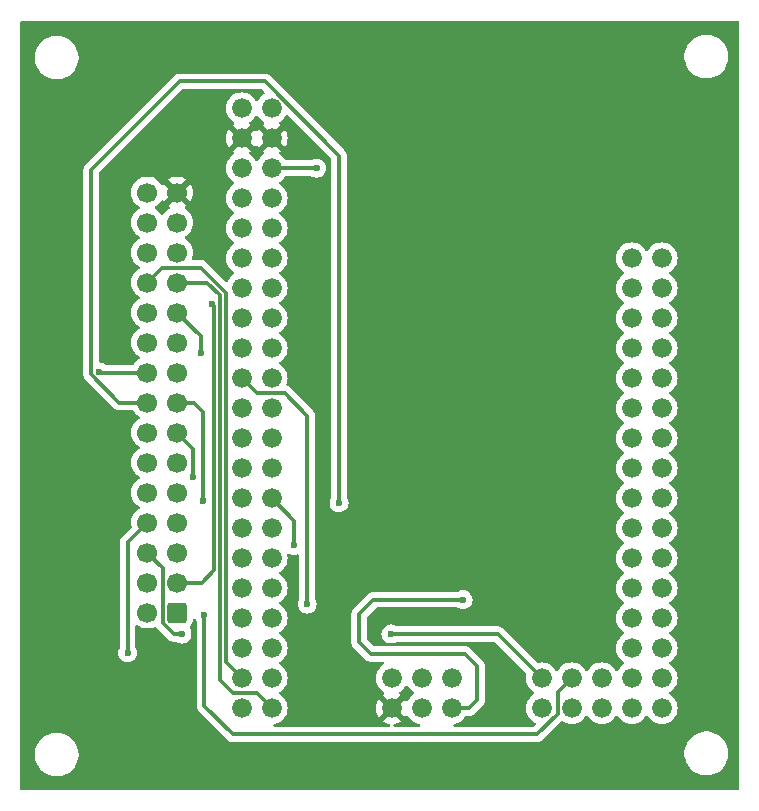
<source format=gbr>
%TF.GenerationSoftware,KiCad,Pcbnew,8.0.2*%
%TF.CreationDate,2024-08-20T17:24:06+07:00*%
%TF.ProjectId,Arduino_xtension_IDC30,41726475-696e-46f5-9f78-74656e73696f,rev?*%
%TF.SameCoordinates,Original*%
%TF.FileFunction,Copper,L1,Top*%
%TF.FilePolarity,Positive*%
%FSLAX46Y46*%
G04 Gerber Fmt 4.6, Leading zero omitted, Abs format (unit mm)*
G04 Created by KiCad (PCBNEW 8.0.2) date 2024-08-20 17:24:06*
%MOMM*%
%LPD*%
G01*
G04 APERTURE LIST*
G04 Aperture macros list*
%AMRoundRect*
0 Rectangle with rounded corners*
0 $1 Rounding radius*
0 $2 $3 $4 $5 $6 $7 $8 $9 X,Y pos of 4 corners*
0 Add a 4 corners polygon primitive as box body*
4,1,4,$2,$3,$4,$5,$6,$7,$8,$9,$2,$3,0*
0 Add four circle primitives for the rounded corners*
1,1,$1+$1,$2,$3*
1,1,$1+$1,$4,$5*
1,1,$1+$1,$6,$7*
1,1,$1+$1,$8,$9*
0 Add four rect primitives between the rounded corners*
20,1,$1+$1,$2,$3,$4,$5,0*
20,1,$1+$1,$4,$5,$6,$7,0*
20,1,$1+$1,$6,$7,$8,$9,0*
20,1,$1+$1,$8,$9,$2,$3,0*%
G04 Aperture macros list end*
%TA.AperFunction,ComponentPad*%
%ADD10C,1.676400*%
%TD*%
%TA.AperFunction,ComponentPad*%
%ADD11RoundRect,0.250000X0.600000X0.600000X-0.600000X0.600000X-0.600000X-0.600000X0.600000X-0.600000X0*%
%TD*%
%TA.AperFunction,ComponentPad*%
%ADD12C,1.700000*%
%TD*%
%TA.AperFunction,ViaPad*%
%ADD13C,0.600000*%
%TD*%
%TA.AperFunction,Conductor*%
%ADD14C,0.300000*%
%TD*%
G04 APERTURE END LIST*
D10*
%TO.P,U1,VIN_2,VIN*%
%TO.N,VIN*%
X107100000Y-53480000D03*
%TO.P,U1,VIN_1,VIN*%
X104560000Y-53480000D03*
%TO.P,U1,GND_2,GND*%
%TO.N,GND*%
X107100000Y-56020000D03*
%TO.P,U1,GND_1,GND*%
X104560000Y-56020000D03*
%TO.P,U1,5V_1,5V*%
%TO.N,5V*%
X104560000Y-58560000D03*
%TO.P,U1,5V_2,5V*%
X107100000Y-58560000D03*
%TO.P,U1,3V3_2,3V3*%
%TO.N,3.3V*%
X107100000Y-61100000D03*
%TO.P,U1,3V3_1,3V3*%
X104560000Y-61100000D03*
%TO.P,U1,RST,RST*%
%TO.N,~{RESET}*%
X104560000Y-63640000D03*
%TO.P,U1,AREF,AREF*%
%TO.N,unconnected-(U1-PadAREF)*%
X107100000Y-63640000D03*
%TO.P,U1,RX,RX*%
%TO.N,unconnected-(U1-PadRX)*%
X107100000Y-66180000D03*
%TO.P,U1,TX,TX*%
%TO.N,unconnected-(U1-PadTX)*%
X104560000Y-66180000D03*
%TO.P,U1,D3,D3*%
%TO.N,INT5*%
X104560000Y-68720000D03*
%TO.P,U1,D5,D5*%
%TO.N,unconnected-(U1-PadD5)*%
X104560000Y-71260000D03*
%TO.P,U1,D7,D7*%
%TO.N,PWM2*%
X104560000Y-73800000D03*
%TO.P,U1,D9,D9*%
%TO.N,CE*%
X104560000Y-76340000D03*
%TO.P,U1,D11,D11*%
%TO.N,PWM3*%
X104560000Y-78880000D03*
%TO.P,U1,D13,D13*%
%TO.N,unconnected-(U1-PadD13)*%
X104560000Y-81420000D03*
%TO.P,U1,D15,D15*%
%TO.N,RX3*%
X104560000Y-83960000D03*
%TO.P,U1,D17,D17*%
%TO.N,RX2*%
X104560000Y-86500000D03*
%TO.P,U1,D19,D19*%
%TO.N,RX1*%
X104560000Y-89040000D03*
%TO.P,U1,D21,D21*%
%TO.N,SCL*%
X104560000Y-91580000D03*
%TO.P,U1,D2,D2*%
%TO.N,INT4*%
X107100000Y-68720000D03*
%TO.P,U1,D4,D4*%
%TO.N,unconnected-(U1-PadD4)*%
X107100000Y-71260000D03*
%TO.P,U1,D6,D6*%
%TO.N,PWM1*%
X107100000Y-73800000D03*
%TO.P,U1,D8,D8*%
%TO.N,LED4*%
X107100000Y-76340000D03*
%TO.P,U1,D10,D10*%
%TO.N,unconnected-(U1-PadD10)*%
X107100000Y-78880000D03*
%TO.P,U1,D12,D12*%
%TO.N,PWM4*%
X107100000Y-81420000D03*
%TO.P,U1,D14,D14*%
%TO.N,TX3*%
X107100000Y-83960000D03*
%TO.P,U1,D16,D16*%
%TO.N,TX2*%
X107100000Y-86500000D03*
%TO.P,U1,D18,D18*%
%TO.N,TX1*%
X107100000Y-89040000D03*
%TO.P,U1,D20,D20*%
%TO.N,SDA*%
X107100000Y-91580000D03*
%TO.P,U1,D23,D23*%
%TO.N,unconnected-(U1-PadD23)*%
X104560000Y-94120000D03*
%TO.P,U1,D25,D25*%
%TO.N,unconnected-(U1-PadD25)*%
X104560000Y-96660000D03*
%TO.P,U1,D27,D27*%
%TO.N,unconnected-(U1-PadD27)*%
X104560000Y-99200000D03*
%TO.P,U1,D29,D29*%
%TO.N,LED3*%
X104560000Y-101740000D03*
%TO.P,U1,D31,D31*%
%TO.N,LED1*%
X104560000Y-104280000D03*
%TO.P,U1,D30,D30*%
%TO.N,LED2*%
X107100000Y-104280000D03*
%TO.P,U1,D28,D28*%
%TO.N,unconnected-(U1-PadD28)*%
X107100000Y-101740000D03*
%TO.P,U1,D26,D26*%
%TO.N,unconnected-(U1-PadD26)*%
X107100000Y-99200000D03*
%TO.P,U1,D24,D24*%
%TO.N,unconnected-(U1-PadD24)*%
X107100000Y-96660000D03*
%TO.P,U1,D22,D22*%
%TO.N,unconnected-(U1-PadD22)*%
X107100000Y-94120000D03*
%TO.P,U1,A1,A1*%
%TO.N,unconnected-(U1-PadA1)*%
X137580000Y-66180000D03*
%TO.P,U1,A0,A0*%
%TO.N,unconnected-(U1-PadA0)*%
X140120000Y-66180000D03*
%TO.P,U1,A2,A2*%
%TO.N,unconnected-(U1-PadA2)*%
X140120000Y-68720000D03*
%TO.P,U1,A3,A3*%
%TO.N,unconnected-(U1-PadA3)*%
X137580000Y-68720000D03*
%TO.P,U1,A5,A5*%
%TO.N,unconnected-(U1-PadA5)*%
X137580000Y-71260000D03*
%TO.P,U1,A4,A4*%
%TO.N,unconnected-(U1-PadA4)*%
X140120000Y-71260000D03*
%TO.P,U1,A6,A6*%
%TO.N,unconnected-(U1-PadA6)*%
X140120000Y-73800000D03*
%TO.P,U1,A7,A7*%
%TO.N,unconnected-(U1-PadA7)*%
X137580000Y-73800000D03*
%TO.P,U1,A8,A8*%
%TO.N,unconnected-(U1-PadA8)*%
X140120000Y-76340000D03*
%TO.P,U1,A9,A9*%
%TO.N,unconnected-(U1-PadA9)*%
X137580000Y-76340000D03*
%TO.P,U1,A10,A10*%
%TO.N,unconnected-(U1-PadA10)*%
X140120000Y-78880000D03*
%TO.P,U1,A11,A11*%
%TO.N,unconnected-(U1-PadA11)*%
X137580000Y-78880000D03*
%TO.P,U1,A12,A12*%
%TO.N,unconnected-(U1-PadA12)*%
X140120000Y-81420000D03*
%TO.P,U1,A13,A13*%
%TO.N,unconnected-(U1-PadA13)*%
X137580000Y-81420000D03*
%TO.P,U1,A14,A14*%
%TO.N,unconnected-(U1-PadA14)*%
X140120000Y-83960000D03*
%TO.P,U1,A15,A15*%
%TO.N,unconnected-(U1-PadA15)*%
X137580000Y-83960000D03*
%TO.P,U1,D32,D32*%
%TO.N,unconnected-(U1-PadD32)*%
X140120000Y-86500000D03*
%TO.P,U1,D33,D33*%
%TO.N,unconnected-(U1-PadD33)*%
X137580000Y-86500000D03*
%TO.P,U1,D34,D34*%
%TO.N,unconnected-(U1-PadD34)*%
X140120000Y-89040000D03*
%TO.P,U1,D35,D35*%
%TO.N,unconnected-(U1-PadD35)*%
X137580000Y-89040000D03*
%TO.P,U1,D36,D36*%
%TO.N,unconnected-(U1-PadD36)*%
X140120000Y-91580000D03*
%TO.P,U1,D37,D37*%
%TO.N,unconnected-(U1-PadD37)*%
X137580000Y-91580000D03*
%TO.P,U1,D38,D38*%
%TO.N,unconnected-(U1-PadD38)*%
X140120000Y-94120000D03*
%TO.P,U1,D39,D39*%
%TO.N,unconnected-(U1-PadD39)*%
X137580000Y-94120000D03*
%TO.P,U1,D40,D40*%
%TO.N,unconnected-(U1-PadD40)*%
X140120000Y-96660000D03*
%TO.P,U1,D41,D41*%
%TO.N,unconnected-(U1-PadD41)*%
X137580000Y-96660000D03*
%TO.P,U1,D42,D42*%
%TO.N,unconnected-(U1-PadD42)*%
X140120000Y-99200000D03*
%TO.P,U1,D43,D43*%
%TO.N,unconnected-(U1-PadD43)*%
X137580000Y-99200000D03*
%TO.P,U1,D44,D44*%
%TO.N,unconnected-(U1-PadD44)*%
X140120000Y-101740000D03*
%TO.P,U1,D45,D45*%
%TO.N,unconnected-(U1-PadD45)*%
X137580000Y-101740000D03*
%TO.P,U1,D46,D46*%
%TO.N,unconnected-(U1-PadD46)*%
X140120000Y-104280000D03*
%TO.P,U1,D47,D47*%
%TO.N,unconnected-(U1-PadD47)*%
X137580000Y-104280000D03*
%TO.P,U1,D48,D48*%
%TO.N,unconnected-(U1-PadD48)*%
X135040000Y-104280000D03*
%TO.P,U1,D49,D49*%
%TO.N,unconnected-(U1-PadD49)*%
X135040000Y-101740000D03*
%TO.P,U1,D51,D51*%
%TO.N,MOSI*%
X132500000Y-101740000D03*
%TO.P,U1,D50,D50*%
%TO.N,MISO*%
X132500000Y-104280000D03*
%TO.P,U1,D52,D52*%
%TO.N,CLK*%
X129960000Y-104280000D03*
%TO.P,U1,D53,D53*%
%TO.N,CSE*%
X129960000Y-101740000D03*
%TO.P,U1,RESET,RESET*%
%TO.N,unconnected-(U1-PadRESET)*%
X117260000Y-101740000D03*
%TO.P,U1,GND_3,GND*%
%TO.N,GND*%
X117260000Y-104280000D03*
%TO.P,U1,SCK,SCK*%
%TO.N,unconnected-(U1-PadSCK)*%
X119800000Y-101740000D03*
%TO.P,U1,MISO,MISO*%
%TO.N,unconnected-(U1-PadMISO)*%
X122340000Y-101740000D03*
%TO.P,U1,5V_3,5V*%
%TO.N,5V*%
X122340000Y-104280000D03*
%TO.P,U1,MOSI,MOSI*%
%TO.N,unconnected-(U1-PadMOSI)*%
X119800000Y-104280000D03*
%TD*%
D11*
%TO.P,J1,1,29*%
%TO.N,unconnected-(J1-29-Pad1)*%
X99097500Y-96180000D03*
D12*
%TO.P,J1,2,30*%
%TO.N,unconnected-(J1-30-Pad2)*%
X96557500Y-96180000D03*
%TO.P,J1,3,27*%
%TO.N,INT4*%
X99097500Y-93640000D03*
%TO.P,J1,4,28*%
%TO.N,INT5*%
X96557500Y-93640000D03*
%TO.P,J1,5,25*%
%TO.N,CE*%
X99097500Y-91100000D03*
%TO.P,J1,6,26*%
%TO.N,CSE*%
X96557500Y-91100000D03*
%TO.P,J1,7,23*%
%TO.N,MISO*%
X99097500Y-88560000D03*
%TO.P,J1,8,24*%
%TO.N,CLK*%
X96557500Y-88560000D03*
%TO.P,J1,9,21*%
%TO.N,SCL*%
X99097500Y-86020000D03*
%TO.P,J1,10,22*%
%TO.N,MOSI*%
X96557500Y-86020000D03*
%TO.P,J1,11,19*%
%TO.N,RX3*%
X99097500Y-83480000D03*
%TO.P,J1,12,20*%
%TO.N,SDA*%
X96557500Y-83480000D03*
%TO.P,J1,13,17*%
%TO.N,RX2*%
X99097500Y-80940000D03*
%TO.P,J1,14,18*%
%TO.N,TX3*%
X96557500Y-80940000D03*
%TO.P,J1,15,15*%
%TO.N,RX1*%
X99097500Y-78400000D03*
%TO.P,J1,16,16*%
%TO.N,TX2*%
X96557500Y-78400000D03*
%TO.P,J1,17,13*%
%TO.N,PWM4*%
X99097500Y-75860000D03*
%TO.P,J1,18,14*%
%TO.N,TX1*%
X96557500Y-75860000D03*
%TO.P,J1,19,11*%
%TO.N,PWM2*%
X99097500Y-73320000D03*
%TO.P,J1,20,12*%
%TO.N,PWM3*%
X96557500Y-73320000D03*
%TO.P,J1,21,9*%
%TO.N,LED4*%
X99097500Y-70780000D03*
%TO.P,J1,22,10*%
%TO.N,PWM1*%
X96557500Y-70780000D03*
%TO.P,J1,23,7*%
%TO.N,LED2*%
X99097500Y-68240000D03*
%TO.P,J1,24,8*%
%TO.N,LED3*%
X96557500Y-68240000D03*
%TO.P,J1,25,5*%
%TO.N,~{RESET}*%
X99097500Y-65700000D03*
%TO.P,J1,26,6*%
%TO.N,LED1*%
X96557500Y-65700000D03*
%TO.P,J1,27,3*%
%TO.N,5V*%
X99097500Y-63160000D03*
%TO.P,J1,28,4*%
%TO.N,3.3V*%
X96557500Y-63160000D03*
%TO.P,J1,29,1*%
%TO.N,GND*%
X99097500Y-60620000D03*
%TO.P,J1,30,2*%
%TO.N,VIN*%
X96557500Y-60620000D03*
%TD*%
D13*
%TO.N,5V*%
X123300000Y-95100000D03*
X110900000Y-58560000D03*
%TO.N,TX2*%
X109000000Y-90500000D03*
X112800000Y-86900000D03*
%TO.N,TX1*%
X92500000Y-75800000D03*
%TO.N,RX1*%
X101300000Y-86700000D03*
%TO.N,RX2*%
X100471603Y-84728395D03*
%TO.N,LED4*%
X101100000Y-74200000D03*
%TO.N,CLK*%
X94900000Y-99600000D03*
%TO.N,CSE*%
X117200000Y-98000000D03*
X99500000Y-98000000D03*
%TO.N,CE*%
X110100000Y-95471800D03*
%TO.N,MOSI*%
X101400000Y-96400000D03*
%TO.N,INT4*%
X102050000Y-70071800D03*
%TD*%
D14*
%TO.N,5V*%
X123820000Y-104280000D02*
X122340000Y-104280000D01*
X124500000Y-103600000D02*
X123820000Y-104280000D01*
X123500000Y-99700000D02*
X124500000Y-100700000D01*
X115500000Y-99700000D02*
X123500000Y-99700000D01*
X114500000Y-98700000D02*
X115500000Y-99700000D01*
X114500000Y-96300000D02*
X114500000Y-98700000D01*
X115700000Y-95100000D02*
X114500000Y-96300000D01*
X123300000Y-95100000D02*
X115700000Y-95100000D01*
X124500000Y-100700000D02*
X124500000Y-103600000D01*
X110900000Y-58560000D02*
X107100000Y-58560000D01*
%TO.N,MOSI*%
X131311800Y-102928200D02*
X132500000Y-101740000D01*
X129583969Y-106500000D02*
X131311800Y-104772169D01*
X101400000Y-104100000D02*
X103800000Y-106500000D01*
X103800000Y-106500000D02*
X129583969Y-106500000D01*
X131311800Y-104772169D02*
X131311800Y-102928200D01*
X101400000Y-96400000D02*
X101400000Y-104100000D01*
%TO.N,TX2*%
X109000000Y-90500000D02*
X109000000Y-88400000D01*
X109000000Y-88400000D02*
X107100000Y-86500000D01*
X112800000Y-86900000D02*
X112800000Y-86700000D01*
%TO.N,CE*%
X108200000Y-77600000D02*
X110100000Y-79500000D01*
X105820000Y-77600000D02*
X108200000Y-77600000D01*
X110100000Y-79500000D02*
X110100000Y-95471800D01*
X104560000Y-76340000D02*
X105820000Y-77600000D01*
%TO.N,TX2*%
X112800000Y-57499631D02*
X112800000Y-86900000D01*
X106500369Y-51200000D02*
X112800000Y-57499631D01*
X99300000Y-51200000D02*
X106500369Y-51200000D01*
X91800000Y-58700000D02*
X99300000Y-51200000D01*
X91800000Y-76019239D02*
X91800000Y-58700000D01*
X94180761Y-78400000D02*
X91800000Y-76019239D01*
X96557500Y-78400000D02*
X94180761Y-78400000D01*
%TO.N,TX1*%
X92500000Y-75800000D02*
X92560000Y-75860000D01*
X92560000Y-75860000D02*
X96557500Y-75860000D01*
%TO.N,RX1*%
X100500000Y-78400000D02*
X101300000Y-79200000D01*
X101300000Y-79200000D02*
X101300000Y-86700000D01*
X99097500Y-78400000D02*
X100500000Y-78400000D01*
X101300000Y-86700000D02*
X101400000Y-86600000D01*
%TO.N,INT4*%
X102200000Y-92600000D02*
X101160000Y-93640000D01*
X101160000Y-93640000D02*
X99097500Y-93640000D01*
X102200000Y-70221800D02*
X102200000Y-92600000D01*
X102050000Y-70071800D02*
X102200000Y-70221800D01*
%TO.N,RX2*%
X100471603Y-82314103D02*
X99097500Y-80940000D01*
X100471603Y-84728395D02*
X100471603Y-82314103D01*
%TO.N,LED4*%
X101100000Y-72782500D02*
X99097500Y-70780000D01*
X101100000Y-74200000D02*
X101100000Y-72782500D01*
%TO.N,CLK*%
X94900000Y-90217500D02*
X96557500Y-88560000D01*
X94900000Y-99600000D02*
X94900000Y-90217500D01*
%TO.N,CSE*%
X126220000Y-98000000D02*
X129960000Y-101740000D01*
X117200000Y-98000000D02*
X126220000Y-98000000D01*
X97897500Y-97097500D02*
X97897500Y-92440000D01*
X97897500Y-92440000D02*
X96557500Y-91100000D01*
X98800000Y-98000000D02*
X97897500Y-97097500D01*
X99500000Y-98000000D02*
X98800000Y-98000000D01*
%TO.N,LED2*%
X103800000Y-103000000D02*
X105820000Y-103000000D01*
X102700000Y-69299999D02*
X102700000Y-101900000D01*
X102700000Y-101900000D02*
X103800000Y-103000000D01*
X101640001Y-68240000D02*
X102700000Y-69299999D01*
X99097500Y-68240000D02*
X101640001Y-68240000D01*
X105820000Y-103000000D02*
X107100000Y-104280000D01*
%TO.N,LED3*%
X97797500Y-67000000D02*
X96557500Y-68240000D01*
X103200000Y-69092893D02*
X101107107Y-67000000D01*
X103200000Y-100380000D02*
X103200000Y-69092893D01*
X101107107Y-67000000D02*
X97797500Y-67000000D01*
X104560000Y-101740000D02*
X103200000Y-100380000D01*
%TD*%
%TA.AperFunction,Conductor*%
%TO.N,GND*%
G36*
X118366453Y-105032900D02*
G01*
X118426447Y-104947221D01*
X118427819Y-104948181D01*
X118472885Y-104905208D01*
X118541491Y-104891982D01*
X118606357Y-104917947D01*
X118632385Y-104947984D01*
X118633118Y-104947472D01*
X118636222Y-104951905D01*
X118636223Y-104951907D01*
X118770579Y-105143787D01*
X118936213Y-105309421D01*
X119128093Y-105443777D01*
X119340389Y-105542772D01*
X119340395Y-105542773D01*
X119340396Y-105542774D01*
X119571878Y-105604799D01*
X119571590Y-105605873D01*
X119629171Y-105634410D01*
X119665062Y-105694356D01*
X119662846Y-105764191D01*
X119623227Y-105821741D01*
X119558783Y-105848736D01*
X119545037Y-105849500D01*
X117512074Y-105849500D01*
X117445035Y-105829815D01*
X117399280Y-105777011D01*
X117389336Y-105707853D01*
X117418361Y-105644297D01*
X117477139Y-105606523D01*
X117490544Y-105603383D01*
X117493269Y-105602902D01*
X117719432Y-105542302D01*
X117719441Y-105542298D01*
X117931655Y-105443342D01*
X118012900Y-105386453D01*
X117306448Y-104680000D01*
X117312661Y-104680000D01*
X117414394Y-104652741D01*
X117505606Y-104600080D01*
X117580080Y-104525606D01*
X117632741Y-104434394D01*
X117660000Y-104332661D01*
X117660000Y-104326447D01*
X118366453Y-105032900D01*
G37*
%TD.AperFunction*%
%TA.AperFunction,Conductor*%
G36*
X118606645Y-102378447D02*
G01*
X118632294Y-102408048D01*
X118633118Y-102407472D01*
X118636222Y-102411905D01*
X118636223Y-102411907D01*
X118770579Y-102603787D01*
X118936213Y-102769421D01*
X119128093Y-102903777D01*
X119128094Y-102903777D01*
X119132528Y-102906882D01*
X119131521Y-102908319D01*
X119174297Y-102953190D01*
X119187513Y-103021798D01*
X119161540Y-103086660D01*
X119131953Y-103112297D01*
X119132528Y-103113118D01*
X119128094Y-103116222D01*
X119128093Y-103116223D01*
X118936213Y-103250579D01*
X118936211Y-103250580D01*
X118936208Y-103250583D01*
X118770583Y-103416208D01*
X118770580Y-103416211D01*
X118770579Y-103416213D01*
X118657864Y-103577187D01*
X118633118Y-103612528D01*
X118631819Y-103611618D01*
X118586505Y-103654807D01*
X118517895Y-103668015D01*
X118453036Y-103642033D01*
X118427224Y-103612234D01*
X118426447Y-103612779D01*
X118366453Y-103527099D01*
X118366453Y-103527098D01*
X117660000Y-104233551D01*
X117660000Y-104227339D01*
X117632741Y-104125606D01*
X117580080Y-104034394D01*
X117505606Y-103959920D01*
X117414394Y-103907259D01*
X117312661Y-103880000D01*
X117306447Y-103880000D01*
X118012900Y-103173546D01*
X118012899Y-103173545D01*
X117927221Y-103113553D01*
X117928181Y-103112181D01*
X117885207Y-103067115D01*
X117871981Y-102998509D01*
X117897946Y-102933643D01*
X117927985Y-102907615D01*
X117927472Y-102906882D01*
X117931905Y-102903777D01*
X117931907Y-102903777D01*
X118123787Y-102769421D01*
X118289421Y-102603787D01*
X118423777Y-102411907D01*
X118423777Y-102411905D01*
X118426882Y-102407472D01*
X118428323Y-102408481D01*
X118473172Y-102365712D01*
X118541778Y-102352484D01*
X118606645Y-102378447D01*
G37*
%TD.AperFunction*%
%TA.AperFunction,Conductor*%
G36*
X106246600Y-51870185D02*
G01*
X106267242Y-51886819D01*
X106486020Y-52105597D01*
X106519505Y-52166920D01*
X106514521Y-52236612D01*
X106472649Y-52292545D01*
X106450747Y-52305659D01*
X106428092Y-52316223D01*
X106316048Y-52394677D01*
X106236213Y-52450579D01*
X106236211Y-52450580D01*
X106236208Y-52450583D01*
X106070583Y-52616208D01*
X105933118Y-52812528D01*
X105931680Y-52811521D01*
X105886810Y-52854297D01*
X105818202Y-52867513D01*
X105753340Y-52841540D01*
X105727702Y-52811953D01*
X105726882Y-52812528D01*
X105723777Y-52808093D01*
X105589421Y-52616213D01*
X105423787Y-52450579D01*
X105231907Y-52316223D01*
X105019611Y-52217228D01*
X105019607Y-52217227D01*
X105019603Y-52217225D01*
X104793356Y-52156603D01*
X104793346Y-52156601D01*
X104560001Y-52136186D01*
X104559999Y-52136186D01*
X104326653Y-52156601D01*
X104326643Y-52156603D01*
X104100396Y-52217225D01*
X104100389Y-52217227D01*
X104100389Y-52217228D01*
X103888093Y-52316223D01*
X103696213Y-52450579D01*
X103696211Y-52450580D01*
X103696208Y-52450583D01*
X103530583Y-52616208D01*
X103396223Y-52808093D01*
X103297229Y-53020387D01*
X103297225Y-53020396D01*
X103236603Y-53246643D01*
X103236601Y-53246653D01*
X103216186Y-53479999D01*
X103216186Y-53480000D01*
X103236601Y-53713346D01*
X103236603Y-53713356D01*
X103297225Y-53939603D01*
X103297227Y-53939607D01*
X103297228Y-53939611D01*
X103396223Y-54151907D01*
X103530579Y-54343787D01*
X103696213Y-54509421D01*
X103888093Y-54643777D01*
X103888094Y-54643777D01*
X103892528Y-54646882D01*
X103891613Y-54648187D01*
X103934787Y-54693456D01*
X103948018Y-54762061D01*
X103922058Y-54826929D01*
X103892236Y-54852779D01*
X103892778Y-54853553D01*
X103807099Y-54913544D01*
X103807098Y-54913545D01*
X104513554Y-55620000D01*
X104507339Y-55620000D01*
X104405606Y-55647259D01*
X104314394Y-55699920D01*
X104239920Y-55774394D01*
X104187259Y-55865606D01*
X104160000Y-55967339D01*
X104160000Y-55973553D01*
X103453545Y-55267098D01*
X103453544Y-55267099D01*
X103396659Y-55348341D01*
X103297701Y-55560558D01*
X103297697Y-55560567D01*
X103237097Y-55786731D01*
X103237095Y-55786741D01*
X103216688Y-56019998D01*
X103216688Y-56020001D01*
X103237095Y-56253258D01*
X103237097Y-56253268D01*
X103297697Y-56479432D01*
X103297701Y-56479441D01*
X103396657Y-56691654D01*
X103396658Y-56691656D01*
X103453545Y-56772899D01*
X103453546Y-56772900D01*
X104160000Y-56066446D01*
X104160000Y-56072661D01*
X104187259Y-56174394D01*
X104239920Y-56265606D01*
X104314394Y-56340080D01*
X104405606Y-56392741D01*
X104507339Y-56420000D01*
X104513553Y-56420000D01*
X103807098Y-57126453D01*
X103892779Y-57186447D01*
X103891817Y-57187820D01*
X103934786Y-57232872D01*
X103948019Y-57301477D01*
X103922061Y-57366346D01*
X103892017Y-57392388D01*
X103892528Y-57393118D01*
X103888094Y-57396222D01*
X103888093Y-57396223D01*
X103696213Y-57530579D01*
X103696211Y-57530580D01*
X103696208Y-57530583D01*
X103530583Y-57696208D01*
X103530580Y-57696211D01*
X103530579Y-57696213D01*
X103475669Y-57774633D01*
X103396223Y-57888093D01*
X103297229Y-58100387D01*
X103297225Y-58100396D01*
X103236603Y-58326643D01*
X103236602Y-58326650D01*
X103216186Y-58559999D01*
X103216186Y-58560000D01*
X103236601Y-58793346D01*
X103236603Y-58793356D01*
X103297225Y-59019603D01*
X103297227Y-59019607D01*
X103297228Y-59019611D01*
X103396223Y-59231907D01*
X103530579Y-59423787D01*
X103696213Y-59589421D01*
X103888093Y-59723777D01*
X103888094Y-59723777D01*
X103892528Y-59726882D01*
X103891521Y-59728319D01*
X103934297Y-59773190D01*
X103947513Y-59841798D01*
X103921540Y-59906660D01*
X103891953Y-59932297D01*
X103892528Y-59933118D01*
X103888094Y-59936222D01*
X103888093Y-59936223D01*
X103696213Y-60070579D01*
X103696211Y-60070580D01*
X103696208Y-60070583D01*
X103530583Y-60236208D01*
X103530580Y-60236211D01*
X103530579Y-60236213D01*
X103396223Y-60428093D01*
X103306737Y-60619998D01*
X103297229Y-60640387D01*
X103297225Y-60640396D01*
X103236603Y-60866643D01*
X103236601Y-60866653D01*
X103216186Y-61099999D01*
X103216186Y-61100000D01*
X103236601Y-61333346D01*
X103236603Y-61333356D01*
X103297225Y-61559603D01*
X103297227Y-61559607D01*
X103297228Y-61559611D01*
X103396223Y-61771907D01*
X103530579Y-61963787D01*
X103696213Y-62129421D01*
X103888093Y-62263777D01*
X103888094Y-62263777D01*
X103892528Y-62266882D01*
X103891521Y-62268319D01*
X103934297Y-62313190D01*
X103947513Y-62381798D01*
X103921540Y-62446660D01*
X103891953Y-62472297D01*
X103892528Y-62473118D01*
X103888094Y-62476222D01*
X103888093Y-62476223D01*
X103696213Y-62610579D01*
X103696211Y-62610580D01*
X103696208Y-62610583D01*
X103530583Y-62776208D01*
X103396223Y-62968093D01*
X103297229Y-63180387D01*
X103297225Y-63180396D01*
X103236603Y-63406643D01*
X103236601Y-63406653D01*
X103216186Y-63639999D01*
X103216186Y-63640000D01*
X103236601Y-63873346D01*
X103236603Y-63873356D01*
X103297225Y-64099603D01*
X103297227Y-64099607D01*
X103297228Y-64099611D01*
X103396223Y-64311907D01*
X103530579Y-64503787D01*
X103696213Y-64669421D01*
X103888093Y-64803777D01*
X103888094Y-64803777D01*
X103892528Y-64806882D01*
X103891521Y-64808319D01*
X103934297Y-64853190D01*
X103947513Y-64921798D01*
X103921540Y-64986660D01*
X103891953Y-65012297D01*
X103892528Y-65013118D01*
X103888094Y-65016222D01*
X103888093Y-65016223D01*
X103696213Y-65150579D01*
X103696211Y-65150580D01*
X103696208Y-65150583D01*
X103530583Y-65316208D01*
X103396223Y-65508093D01*
X103297229Y-65720387D01*
X103297225Y-65720396D01*
X103236603Y-65946643D01*
X103236601Y-65946653D01*
X103216186Y-66179999D01*
X103216186Y-66180000D01*
X103236601Y-66413346D01*
X103236603Y-66413356D01*
X103297225Y-66639603D01*
X103297227Y-66639607D01*
X103297228Y-66639611D01*
X103396223Y-66851907D01*
X103530579Y-67043787D01*
X103696213Y-67209421D01*
X103888093Y-67343777D01*
X103888094Y-67343777D01*
X103892528Y-67346882D01*
X103891521Y-67348319D01*
X103934297Y-67393190D01*
X103947513Y-67461798D01*
X103921540Y-67526660D01*
X103891953Y-67552297D01*
X103892528Y-67553118D01*
X103888094Y-67556222D01*
X103888093Y-67556223D01*
X103696213Y-67690579D01*
X103696211Y-67690580D01*
X103696208Y-67690583D01*
X103530583Y-67856208D01*
X103396222Y-68048093D01*
X103368957Y-68106565D01*
X103322784Y-68159004D01*
X103255591Y-68178156D01*
X103188710Y-68157940D01*
X103168894Y-68141841D01*
X101521781Y-66494727D01*
X101521780Y-66494726D01*
X101521776Y-66494723D01*
X101415234Y-66423535D01*
X101296851Y-66374499D01*
X101296845Y-66374497D01*
X101171178Y-66349500D01*
X101171176Y-66349500D01*
X100479387Y-66349500D01*
X100412348Y-66329815D01*
X100366593Y-66277011D01*
X100356649Y-66207853D01*
X100367004Y-66173098D01*
X100371400Y-66163670D01*
X100371400Y-66163668D01*
X100371403Y-66163663D01*
X100432563Y-65935408D01*
X100453159Y-65700000D01*
X100432563Y-65464592D01*
X100371403Y-65236337D01*
X100271535Y-65022171D01*
X100267371Y-65016223D01*
X100135994Y-64828597D01*
X99968902Y-64661506D01*
X99968896Y-64661501D01*
X99783342Y-64531575D01*
X99739717Y-64476998D01*
X99732523Y-64407500D01*
X99764046Y-64345145D01*
X99783342Y-64328425D01*
X99872905Y-64265712D01*
X99968901Y-64198495D01*
X100135995Y-64031401D01*
X100271535Y-63837830D01*
X100371403Y-63623663D01*
X100432563Y-63395408D01*
X100453159Y-63160000D01*
X100432563Y-62924592D01*
X100371403Y-62696337D01*
X100271535Y-62482171D01*
X100267371Y-62476223D01*
X100135994Y-62288597D01*
X99968902Y-62121506D01*
X99968901Y-62121505D01*
X99782905Y-61991269D01*
X99739281Y-61936692D01*
X99732088Y-61867193D01*
X99763610Y-61804839D01*
X99782905Y-61788119D01*
X99858873Y-61734925D01*
X99226909Y-61102962D01*
X99290493Y-61085925D01*
X99404507Y-61020099D01*
X99497599Y-60927007D01*
X99563425Y-60812993D01*
X99580462Y-60749410D01*
X100212425Y-61381373D01*
X100212426Y-61381373D01*
X100271098Y-61297582D01*
X100271100Y-61297578D01*
X100370929Y-61083492D01*
X100370933Y-61083483D01*
X100432067Y-60855326D01*
X100432069Y-60855315D01*
X100452657Y-60620001D01*
X100452657Y-60619998D01*
X100432069Y-60384684D01*
X100432067Y-60384673D01*
X100370933Y-60156516D01*
X100370929Y-60156507D01*
X100271100Y-59942423D01*
X100271099Y-59942421D01*
X100212425Y-59858626D01*
X100212425Y-59858625D01*
X99580462Y-60490589D01*
X99563425Y-60427007D01*
X99497599Y-60312993D01*
X99404507Y-60219901D01*
X99290493Y-60154075D01*
X99226910Y-60137037D01*
X99858873Y-59505073D01*
X99858873Y-59505072D01*
X99775083Y-59446402D01*
X99775079Y-59446400D01*
X99560992Y-59346570D01*
X99560983Y-59346566D01*
X99332826Y-59285432D01*
X99332815Y-59285430D01*
X99097502Y-59264843D01*
X99097498Y-59264843D01*
X98862184Y-59285430D01*
X98862173Y-59285432D01*
X98634016Y-59346566D01*
X98634007Y-59346570D01*
X98419919Y-59446401D01*
X98336125Y-59505072D01*
X98968090Y-60137037D01*
X98904507Y-60154075D01*
X98790493Y-60219901D01*
X98697401Y-60312993D01*
X98631575Y-60427007D01*
X98614537Y-60490590D01*
X97982573Y-59858626D01*
X97929381Y-59934594D01*
X97874804Y-59978219D01*
X97805306Y-59985413D01*
X97742951Y-59953891D01*
X97726230Y-59934594D01*
X97595994Y-59748597D01*
X97428902Y-59581506D01*
X97428895Y-59581501D01*
X97235334Y-59445967D01*
X97235330Y-59445965D01*
X97187769Y-59423787D01*
X97021163Y-59346097D01*
X97021159Y-59346096D01*
X97021155Y-59346094D01*
X96792913Y-59284938D01*
X96792903Y-59284936D01*
X96557501Y-59264341D01*
X96557499Y-59264341D01*
X96322096Y-59284936D01*
X96322086Y-59284938D01*
X96093844Y-59346094D01*
X96093835Y-59346098D01*
X95879671Y-59445964D01*
X95879669Y-59445965D01*
X95686097Y-59581505D01*
X95519005Y-59748597D01*
X95383465Y-59942169D01*
X95383464Y-59942171D01*
X95283598Y-60156335D01*
X95283594Y-60156344D01*
X95222438Y-60384586D01*
X95222436Y-60384596D01*
X95201841Y-60619999D01*
X95201841Y-60620000D01*
X95222436Y-60855403D01*
X95222438Y-60855413D01*
X95283594Y-61083655D01*
X95283596Y-61083659D01*
X95283597Y-61083663D01*
X95363300Y-61254586D01*
X95383465Y-61297830D01*
X95383467Y-61297834D01*
X95441962Y-61381373D01*
X95519001Y-61491396D01*
X95519006Y-61491402D01*
X95686097Y-61658493D01*
X95686103Y-61658498D01*
X95871658Y-61788425D01*
X95915283Y-61843002D01*
X95922477Y-61912500D01*
X95890954Y-61974855D01*
X95871658Y-61991575D01*
X95686097Y-62121505D01*
X95519005Y-62288597D01*
X95383465Y-62482169D01*
X95383464Y-62482171D01*
X95283598Y-62696335D01*
X95283594Y-62696344D01*
X95222438Y-62924586D01*
X95222436Y-62924596D01*
X95201841Y-63159999D01*
X95201841Y-63160000D01*
X95222436Y-63395403D01*
X95222438Y-63395413D01*
X95283594Y-63623655D01*
X95283596Y-63623659D01*
X95283597Y-63623663D01*
X95363504Y-63795023D01*
X95383465Y-63837830D01*
X95383467Y-63837834D01*
X95491781Y-63992521D01*
X95519001Y-64031396D01*
X95519006Y-64031402D01*
X95686097Y-64198493D01*
X95686103Y-64198498D01*
X95871658Y-64328425D01*
X95915283Y-64383002D01*
X95922477Y-64452500D01*
X95890954Y-64514855D01*
X95871658Y-64531575D01*
X95686097Y-64661505D01*
X95519005Y-64828597D01*
X95383465Y-65022169D01*
X95383464Y-65022171D01*
X95283598Y-65236335D01*
X95283594Y-65236344D01*
X95222438Y-65464586D01*
X95222436Y-65464596D01*
X95201841Y-65699999D01*
X95201841Y-65700000D01*
X95222436Y-65935403D01*
X95222438Y-65935413D01*
X95283594Y-66163655D01*
X95283596Y-66163659D01*
X95283597Y-66163663D01*
X95381911Y-66374497D01*
X95383465Y-66377830D01*
X95383467Y-66377834D01*
X95519001Y-66571395D01*
X95519006Y-66571402D01*
X95686097Y-66738493D01*
X95686103Y-66738498D01*
X95871658Y-66868425D01*
X95915283Y-66923002D01*
X95922477Y-66992500D01*
X95890954Y-67054855D01*
X95871658Y-67071575D01*
X95686097Y-67201505D01*
X95519005Y-67368597D01*
X95383465Y-67562169D01*
X95383464Y-67562171D01*
X95283598Y-67776335D01*
X95283594Y-67776344D01*
X95222438Y-68004586D01*
X95222436Y-68004596D01*
X95201841Y-68239999D01*
X95201841Y-68240000D01*
X95222436Y-68475403D01*
X95222438Y-68475413D01*
X95283594Y-68703655D01*
X95283596Y-68703659D01*
X95283597Y-68703663D01*
X95363504Y-68875023D01*
X95383465Y-68917830D01*
X95383467Y-68917834D01*
X95491781Y-69072521D01*
X95519001Y-69111396D01*
X95519006Y-69111402D01*
X95686097Y-69278493D01*
X95686103Y-69278498D01*
X95871658Y-69408425D01*
X95915283Y-69463002D01*
X95922477Y-69532500D01*
X95890954Y-69594855D01*
X95871658Y-69611575D01*
X95686097Y-69741505D01*
X95519005Y-69908597D01*
X95383465Y-70102169D01*
X95383464Y-70102171D01*
X95283598Y-70316335D01*
X95283594Y-70316344D01*
X95222438Y-70544586D01*
X95222436Y-70544596D01*
X95201841Y-70779999D01*
X95201841Y-70780000D01*
X95222436Y-71015403D01*
X95222438Y-71015413D01*
X95283594Y-71243655D01*
X95283596Y-71243659D01*
X95283597Y-71243663D01*
X95363504Y-71415023D01*
X95383465Y-71457830D01*
X95383467Y-71457834D01*
X95491781Y-71612521D01*
X95519001Y-71651396D01*
X95519006Y-71651402D01*
X95686097Y-71818493D01*
X95686103Y-71818498D01*
X95871658Y-71948425D01*
X95915283Y-72003002D01*
X95922477Y-72072500D01*
X95890954Y-72134855D01*
X95871658Y-72151575D01*
X95686097Y-72281505D01*
X95519005Y-72448597D01*
X95383465Y-72642169D01*
X95383464Y-72642171D01*
X95283598Y-72856335D01*
X95283594Y-72856344D01*
X95222438Y-73084586D01*
X95222436Y-73084596D01*
X95201841Y-73319999D01*
X95201841Y-73320000D01*
X95222436Y-73555403D01*
X95222438Y-73555413D01*
X95283594Y-73783655D01*
X95283596Y-73783659D01*
X95283597Y-73783663D01*
X95363504Y-73955023D01*
X95383465Y-73997830D01*
X95383467Y-73997834D01*
X95491781Y-74152521D01*
X95519001Y-74191396D01*
X95519006Y-74191402D01*
X95686097Y-74358493D01*
X95686103Y-74358498D01*
X95871658Y-74488425D01*
X95915283Y-74543002D01*
X95922477Y-74612500D01*
X95890954Y-74674855D01*
X95871658Y-74691575D01*
X95686097Y-74821505D01*
X95519006Y-74988596D01*
X95401354Y-75156623D01*
X95346777Y-75200248D01*
X95299779Y-75209500D01*
X93092940Y-75209500D01*
X93025901Y-75189815D01*
X93005259Y-75173181D01*
X93002262Y-75170184D01*
X92849523Y-75074211D01*
X92679254Y-75014631D01*
X92679250Y-75014630D01*
X92560616Y-75001264D01*
X92496202Y-74974197D01*
X92456647Y-74916603D01*
X92450500Y-74878044D01*
X92450500Y-59020808D01*
X92470185Y-58953769D01*
X92486819Y-58933127D01*
X99533127Y-51886819D01*
X99594450Y-51853334D01*
X99620808Y-51850500D01*
X106179561Y-51850500D01*
X106246600Y-51870185D01*
G37*
%TD.AperFunction*%
%TA.AperFunction,Conductor*%
G36*
X98631575Y-60812993D02*
G01*
X98697401Y-60927007D01*
X98790493Y-61020099D01*
X98904507Y-61085925D01*
X98968090Y-61102962D01*
X98336125Y-61734925D01*
X98412094Y-61788119D01*
X98455719Y-61842696D01*
X98462913Y-61912194D01*
X98431390Y-61974549D01*
X98412095Y-61991269D01*
X98226094Y-62121508D01*
X98059005Y-62288597D01*
X97929075Y-62474158D01*
X97874498Y-62517783D01*
X97805000Y-62524977D01*
X97742645Y-62493454D01*
X97725925Y-62474158D01*
X97595994Y-62288597D01*
X97428902Y-62121506D01*
X97428896Y-62121501D01*
X97243342Y-61991575D01*
X97199717Y-61936998D01*
X97192523Y-61867500D01*
X97224046Y-61805145D01*
X97243342Y-61788425D01*
X97332905Y-61725712D01*
X97428901Y-61658495D01*
X97595995Y-61491401D01*
X97726232Y-61305403D01*
X97780807Y-61261780D01*
X97850305Y-61254586D01*
X97912660Y-61286109D01*
X97929380Y-61305405D01*
X97982573Y-61381373D01*
X98614537Y-60749409D01*
X98631575Y-60812993D01*
G37*
%TD.AperFunction*%
%TA.AperFunction,Conductor*%
G36*
X106700000Y-56072661D02*
G01*
X106727259Y-56174394D01*
X106779920Y-56265606D01*
X106854394Y-56340080D01*
X106945606Y-56392741D01*
X107047339Y-56420000D01*
X107053553Y-56420000D01*
X106347098Y-57126453D01*
X106432779Y-57186447D01*
X106431817Y-57187820D01*
X106474786Y-57232872D01*
X106488019Y-57301477D01*
X106462061Y-57366346D01*
X106432017Y-57392388D01*
X106432528Y-57393118D01*
X106428094Y-57396222D01*
X106428093Y-57396223D01*
X106236213Y-57530579D01*
X106236211Y-57530580D01*
X106236208Y-57530583D01*
X106070583Y-57696208D01*
X106070580Y-57696211D01*
X106070579Y-57696213D01*
X105973952Y-57834211D01*
X105933118Y-57892528D01*
X105931680Y-57891521D01*
X105886810Y-57934297D01*
X105818202Y-57947513D01*
X105753340Y-57921540D01*
X105727702Y-57891953D01*
X105726882Y-57892528D01*
X105686048Y-57834211D01*
X105589421Y-57696213D01*
X105423787Y-57530579D01*
X105231907Y-57396223D01*
X105231905Y-57396222D01*
X105227472Y-57393118D01*
X105228384Y-57391814D01*
X105185207Y-57346532D01*
X105171982Y-57277926D01*
X105197949Y-57213060D01*
X105227765Y-57187224D01*
X105227221Y-57186447D01*
X105312900Y-57126453D01*
X104606448Y-56420000D01*
X104612661Y-56420000D01*
X104714394Y-56392741D01*
X104805606Y-56340080D01*
X104880080Y-56265606D01*
X104932741Y-56174394D01*
X104960000Y-56072661D01*
X104960000Y-56066447D01*
X105666453Y-56772900D01*
X105726447Y-56687221D01*
X105727684Y-56688087D01*
X105773166Y-56644710D01*
X105841771Y-56631478D01*
X105906639Y-56657438D01*
X105932866Y-56687701D01*
X105933553Y-56687221D01*
X105993545Y-56772899D01*
X105993546Y-56772900D01*
X106700000Y-56066446D01*
X106700000Y-56072661D01*
G37*
%TD.AperFunction*%
%TA.AperFunction,Conductor*%
G36*
X105906645Y-54118447D02*
G01*
X105932294Y-54148048D01*
X105933118Y-54147472D01*
X105936222Y-54151905D01*
X105936223Y-54151907D01*
X106070579Y-54343787D01*
X106236213Y-54509421D01*
X106428093Y-54643777D01*
X106428094Y-54643777D01*
X106432528Y-54646882D01*
X106431613Y-54648187D01*
X106474787Y-54693456D01*
X106488018Y-54762061D01*
X106462058Y-54826929D01*
X106432236Y-54852779D01*
X106432778Y-54853553D01*
X106347099Y-54913544D01*
X106347098Y-54913545D01*
X107053554Y-55620000D01*
X107047339Y-55620000D01*
X106945606Y-55647259D01*
X106854394Y-55699920D01*
X106779920Y-55774394D01*
X106727259Y-55865606D01*
X106700000Y-55967339D01*
X106700000Y-55973553D01*
X105993545Y-55267098D01*
X105993544Y-55267099D01*
X105933553Y-55352778D01*
X105932321Y-55351915D01*
X105886805Y-55395304D01*
X105818197Y-55408518D01*
X105753335Y-55382542D01*
X105727134Y-55352297D01*
X105726447Y-55352779D01*
X105666453Y-55267099D01*
X105666453Y-55267098D01*
X104960000Y-55973551D01*
X104960000Y-55967339D01*
X104932741Y-55865606D01*
X104880080Y-55774394D01*
X104805606Y-55699920D01*
X104714394Y-55647259D01*
X104612661Y-55620000D01*
X104606447Y-55620000D01*
X105312900Y-54913546D01*
X105312899Y-54913545D01*
X105227221Y-54853553D01*
X105228181Y-54852181D01*
X105185207Y-54807115D01*
X105171981Y-54738509D01*
X105197946Y-54673643D01*
X105227985Y-54647615D01*
X105227472Y-54646882D01*
X105231905Y-54643777D01*
X105231907Y-54643777D01*
X105423787Y-54509421D01*
X105589421Y-54343787D01*
X105723777Y-54151907D01*
X105723777Y-54151905D01*
X105726882Y-54147472D01*
X105728323Y-54148481D01*
X105773172Y-54105712D01*
X105841778Y-54092484D01*
X105906645Y-54118447D01*
G37*
%TD.AperFunction*%
%TA.AperFunction,Conductor*%
G36*
X146647984Y-46114740D02*
G01*
X146693739Y-46167544D01*
X146704945Y-46219055D01*
X146704945Y-111075500D01*
X146685260Y-111142539D01*
X146632456Y-111188294D01*
X146580945Y-111199500D01*
X85902000Y-111199500D01*
X85834961Y-111179815D01*
X85789206Y-111127011D01*
X85778000Y-111075500D01*
X85778000Y-108078711D01*
X87049500Y-108078711D01*
X87049500Y-108321288D01*
X87081161Y-108561785D01*
X87143947Y-108796104D01*
X87236773Y-109020205D01*
X87236776Y-109020212D01*
X87358064Y-109230289D01*
X87358066Y-109230292D01*
X87358067Y-109230293D01*
X87505733Y-109422736D01*
X87505739Y-109422743D01*
X87677256Y-109594260D01*
X87677262Y-109594265D01*
X87869711Y-109741936D01*
X88079788Y-109863224D01*
X88303900Y-109956054D01*
X88538211Y-110018838D01*
X88718586Y-110042584D01*
X88778711Y-110050500D01*
X88778712Y-110050500D01*
X89021289Y-110050500D01*
X89069388Y-110044167D01*
X89261789Y-110018838D01*
X89496100Y-109956054D01*
X89720212Y-109863224D01*
X89930289Y-109741936D01*
X90122738Y-109594265D01*
X90294265Y-109422738D01*
X90441936Y-109230289D01*
X90563224Y-109020212D01*
X90656054Y-108796100D01*
X90718838Y-108561789D01*
X90750500Y-108321288D01*
X90750500Y-108078712D01*
X90737335Y-107978711D01*
X142049500Y-107978711D01*
X142049500Y-108221288D01*
X142081161Y-108461785D01*
X142143947Y-108696104D01*
X142185367Y-108796100D01*
X142236776Y-108920212D01*
X142358064Y-109130289D01*
X142358066Y-109130292D01*
X142358067Y-109130293D01*
X142505733Y-109322736D01*
X142505739Y-109322743D01*
X142677256Y-109494260D01*
X142677262Y-109494265D01*
X142869711Y-109641936D01*
X143079788Y-109763224D01*
X143303900Y-109856054D01*
X143538211Y-109918838D01*
X143718586Y-109942584D01*
X143778711Y-109950500D01*
X143778712Y-109950500D01*
X144021289Y-109950500D01*
X144069388Y-109944167D01*
X144261789Y-109918838D01*
X144496100Y-109856054D01*
X144720212Y-109763224D01*
X144930289Y-109641936D01*
X145122738Y-109494265D01*
X145294265Y-109322738D01*
X145441936Y-109130289D01*
X145563224Y-108920212D01*
X145656054Y-108696100D01*
X145718838Y-108461789D01*
X145750500Y-108221288D01*
X145750500Y-107978712D01*
X145718838Y-107738211D01*
X145656054Y-107503900D01*
X145563224Y-107279788D01*
X145441936Y-107069711D01*
X145294265Y-106877262D01*
X145294260Y-106877256D01*
X145122743Y-106705739D01*
X145122736Y-106705733D01*
X144930293Y-106558067D01*
X144930292Y-106558066D01*
X144930289Y-106558064D01*
X144720212Y-106436776D01*
X144720205Y-106436773D01*
X144496104Y-106343947D01*
X144261785Y-106281161D01*
X144021289Y-106249500D01*
X144021288Y-106249500D01*
X143778712Y-106249500D01*
X143778711Y-106249500D01*
X143538214Y-106281161D01*
X143303895Y-106343947D01*
X143079794Y-106436773D01*
X143079785Y-106436777D01*
X142869706Y-106558067D01*
X142677263Y-106705733D01*
X142677256Y-106705739D01*
X142505739Y-106877256D01*
X142505733Y-106877263D01*
X142358067Y-107069706D01*
X142236777Y-107279785D01*
X142236773Y-107279794D01*
X142143947Y-107503895D01*
X142081161Y-107738214D01*
X142049500Y-107978711D01*
X90737335Y-107978711D01*
X90718838Y-107838211D01*
X90656054Y-107603900D01*
X90563224Y-107379788D01*
X90441936Y-107169711D01*
X90370384Y-107076462D01*
X90294266Y-106977263D01*
X90294260Y-106977256D01*
X90122743Y-106805739D01*
X90122736Y-106805733D01*
X89930293Y-106658067D01*
X89930292Y-106658066D01*
X89930289Y-106658064D01*
X89720212Y-106536776D01*
X89720205Y-106536773D01*
X89496104Y-106443947D01*
X89261785Y-106381161D01*
X89021289Y-106349500D01*
X89021288Y-106349500D01*
X88778712Y-106349500D01*
X88778711Y-106349500D01*
X88538214Y-106381161D01*
X88303895Y-106443947D01*
X88079794Y-106536773D01*
X88079785Y-106536777D01*
X87869706Y-106658067D01*
X87677263Y-106805733D01*
X87677256Y-106805739D01*
X87505739Y-106977256D01*
X87505733Y-106977263D01*
X87358067Y-107169706D01*
X87236777Y-107379785D01*
X87236773Y-107379794D01*
X87143947Y-107603895D01*
X87081161Y-107838214D01*
X87049500Y-108078711D01*
X85778000Y-108078711D01*
X85778000Y-58635928D01*
X91149500Y-58635928D01*
X91149500Y-76083310D01*
X91166372Y-76168127D01*
X91166372Y-76168128D01*
X91174497Y-76208975D01*
X91174499Y-76208983D01*
X91223534Y-76327364D01*
X91294726Y-76433912D01*
X93766087Y-78905273D01*
X93766095Y-78905279D01*
X93860993Y-78968688D01*
X93860994Y-78968688D01*
X93863952Y-78970664D01*
X93872634Y-78976465D01*
X93991017Y-79025501D01*
X93991021Y-79025501D01*
X93991022Y-79025502D01*
X94116689Y-79050500D01*
X94116692Y-79050500D01*
X95299778Y-79050500D01*
X95366817Y-79070185D01*
X95401353Y-79103377D01*
X95519001Y-79271396D01*
X95519006Y-79271402D01*
X95686097Y-79438493D01*
X95686103Y-79438498D01*
X95871658Y-79568425D01*
X95915283Y-79623002D01*
X95922477Y-79692500D01*
X95890954Y-79754855D01*
X95871658Y-79771575D01*
X95686097Y-79901505D01*
X95519005Y-80068597D01*
X95383465Y-80262169D01*
X95383464Y-80262171D01*
X95283598Y-80476335D01*
X95283594Y-80476344D01*
X95222438Y-80704586D01*
X95222436Y-80704596D01*
X95201841Y-80939999D01*
X95201841Y-80940000D01*
X95222436Y-81175403D01*
X95222438Y-81175413D01*
X95283594Y-81403655D01*
X95283596Y-81403659D01*
X95283597Y-81403663D01*
X95362119Y-81572054D01*
X95383465Y-81617830D01*
X95383467Y-81617834D01*
X95491781Y-81772521D01*
X95519001Y-81811396D01*
X95519006Y-81811402D01*
X95686097Y-81978493D01*
X95686103Y-81978498D01*
X95871658Y-82108425D01*
X95915283Y-82163002D01*
X95922477Y-82232500D01*
X95890954Y-82294855D01*
X95871658Y-82311575D01*
X95686097Y-82441505D01*
X95519005Y-82608597D01*
X95383465Y-82802169D01*
X95383464Y-82802171D01*
X95283598Y-83016335D01*
X95283594Y-83016344D01*
X95222438Y-83244586D01*
X95222436Y-83244596D01*
X95201841Y-83479999D01*
X95201841Y-83480000D01*
X95222436Y-83715403D01*
X95222438Y-83715413D01*
X95283594Y-83943655D01*
X95283596Y-83943659D01*
X95283597Y-83943663D01*
X95363504Y-84115023D01*
X95383465Y-84157830D01*
X95383467Y-84157834D01*
X95491781Y-84312521D01*
X95519001Y-84351396D01*
X95519006Y-84351402D01*
X95686097Y-84518493D01*
X95686103Y-84518498D01*
X95871658Y-84648425D01*
X95915283Y-84703002D01*
X95922477Y-84772500D01*
X95890954Y-84834855D01*
X95871658Y-84851575D01*
X95686097Y-84981505D01*
X95519005Y-85148597D01*
X95383465Y-85342169D01*
X95383464Y-85342171D01*
X95283598Y-85556335D01*
X95283594Y-85556344D01*
X95222438Y-85784586D01*
X95222436Y-85784596D01*
X95201841Y-86019999D01*
X95201841Y-86020000D01*
X95222436Y-86255403D01*
X95222438Y-86255413D01*
X95283594Y-86483655D01*
X95283596Y-86483659D01*
X95283597Y-86483663D01*
X95314755Y-86550481D01*
X95383465Y-86697830D01*
X95383467Y-86697834D01*
X95453852Y-86798353D01*
X95519001Y-86891396D01*
X95519006Y-86891402D01*
X95686097Y-87058493D01*
X95686103Y-87058498D01*
X95871658Y-87188425D01*
X95915283Y-87243002D01*
X95922477Y-87312500D01*
X95890954Y-87374855D01*
X95871658Y-87391575D01*
X95686097Y-87521505D01*
X95519005Y-87688597D01*
X95383465Y-87882169D01*
X95383464Y-87882171D01*
X95283598Y-88096335D01*
X95283594Y-88096344D01*
X95222438Y-88324586D01*
X95222436Y-88324596D01*
X95201841Y-88559999D01*
X95201841Y-88560000D01*
X95222436Y-88795403D01*
X95222439Y-88795416D01*
X95241884Y-88867989D01*
X95240221Y-88937839D01*
X95209790Y-88987762D01*
X94394724Y-89802828D01*
X94327265Y-89903790D01*
X94323537Y-89909368D01*
X94323536Y-89909371D01*
X94274499Y-90027755D01*
X94274497Y-90027761D01*
X94249500Y-90153428D01*
X94249500Y-99094931D01*
X94230494Y-99160903D01*
X94174211Y-99250477D01*
X94174209Y-99250481D01*
X94114633Y-99420737D01*
X94114630Y-99420750D01*
X94094435Y-99599996D01*
X94094435Y-99600003D01*
X94114630Y-99779249D01*
X94114631Y-99779254D01*
X94174211Y-99949523D01*
X94246011Y-100063791D01*
X94270184Y-100102262D01*
X94397738Y-100229816D01*
X94471975Y-100276462D01*
X94550019Y-100325501D01*
X94550478Y-100325789D01*
X94720745Y-100385368D01*
X94720750Y-100385369D01*
X94899996Y-100405565D01*
X94900000Y-100405565D01*
X94900004Y-100405565D01*
X95079249Y-100385369D01*
X95079252Y-100385368D01*
X95079255Y-100385368D01*
X95249522Y-100325789D01*
X95402262Y-100229816D01*
X95529816Y-100102262D01*
X95625789Y-99949522D01*
X95685368Y-99779255D01*
X95685369Y-99779249D01*
X95705565Y-99600003D01*
X95705565Y-99599996D01*
X95685369Y-99420750D01*
X95685366Y-99420737D01*
X95625790Y-99250481D01*
X95625789Y-99250478D01*
X95590756Y-99194723D01*
X95569506Y-99160903D01*
X95550500Y-99094931D01*
X95550500Y-97361749D01*
X95570185Y-97294710D01*
X95622989Y-97248955D01*
X95692147Y-97239011D01*
X95745621Y-97260172D01*
X95879670Y-97354035D01*
X96093837Y-97453903D01*
X96322092Y-97515063D01*
X96510418Y-97531539D01*
X96557499Y-97535659D01*
X96557500Y-97535659D01*
X96557501Y-97535659D01*
X96596734Y-97532226D01*
X96792908Y-97515063D01*
X97021163Y-97453903D01*
X97177984Y-97380775D01*
X97247060Y-97370284D01*
X97310845Y-97398804D01*
X97333488Y-97424264D01*
X97380569Y-97494727D01*
X97392226Y-97512173D01*
X98385326Y-98505273D01*
X98385329Y-98505275D01*
X98385331Y-98505277D01*
X98491873Y-98576465D01*
X98610256Y-98625501D01*
X98610260Y-98625501D01*
X98610261Y-98625502D01*
X98735928Y-98650500D01*
X98735931Y-98650500D01*
X98994932Y-98650500D01*
X99060904Y-98669506D01*
X99150477Y-98725789D01*
X99150481Y-98725790D01*
X99320737Y-98785366D01*
X99320743Y-98785367D01*
X99320745Y-98785368D01*
X99320746Y-98785368D01*
X99320750Y-98785369D01*
X99499996Y-98805565D01*
X99500000Y-98805565D01*
X99500004Y-98805565D01*
X99679249Y-98785369D01*
X99679252Y-98785368D01*
X99679255Y-98785368D01*
X99849522Y-98725789D01*
X100002262Y-98629816D01*
X100129816Y-98502262D01*
X100225789Y-98349522D01*
X100285368Y-98179255D01*
X100305565Y-98000000D01*
X100299007Y-97941798D01*
X100285369Y-97820750D01*
X100285368Y-97820745D01*
X100277218Y-97797454D01*
X100225789Y-97650478D01*
X100148203Y-97527001D01*
X100129204Y-97459767D01*
X100149571Y-97392931D01*
X100165517Y-97373349D01*
X100166150Y-97372715D01*
X100166156Y-97372712D01*
X100290212Y-97248656D01*
X100382314Y-97099334D01*
X100437499Y-96932797D01*
X100448000Y-96830009D01*
X100447999Y-96819928D01*
X100467678Y-96752891D01*
X100520479Y-96707133D01*
X100589637Y-96697184D01*
X100653195Y-96726204D01*
X100676992Y-96753950D01*
X100730493Y-96839094D01*
X100749500Y-96905067D01*
X100749500Y-104164071D01*
X100772560Y-104279996D01*
X100774497Y-104289738D01*
X100774501Y-104289749D01*
X100823532Y-104408123D01*
X100823535Y-104408127D01*
X100893842Y-104513351D01*
X100894726Y-104514673D01*
X103385325Y-107005272D01*
X103385331Y-107005277D01*
X103491874Y-107076466D01*
X103561221Y-107105189D01*
X103610256Y-107125501D01*
X103610259Y-107125501D01*
X103610260Y-107125502D01*
X103735928Y-107150500D01*
X103735931Y-107150500D01*
X129648040Y-107150500D01*
X129732584Y-107133682D01*
X129773713Y-107125501D01*
X129892096Y-107076465D01*
X129900172Y-107071068D01*
X129902206Y-107069710D01*
X129950421Y-107037494D01*
X129998638Y-107005277D01*
X131596919Y-105406994D01*
X131658240Y-105373511D01*
X131727931Y-105378495D01*
X131755721Y-105393102D01*
X131828088Y-105443774D01*
X131828090Y-105443775D01*
X131828093Y-105443777D01*
X132040389Y-105542772D01*
X132040395Y-105542773D01*
X132040396Y-105542774D01*
X132076836Y-105552538D01*
X132266649Y-105603398D01*
X132453329Y-105619730D01*
X132499999Y-105623814D01*
X132500000Y-105623814D01*
X132500001Y-105623814D01*
X132546668Y-105619731D01*
X132733351Y-105603398D01*
X132959611Y-105542772D01*
X133171907Y-105443777D01*
X133363787Y-105309421D01*
X133529421Y-105143787D01*
X133663777Y-104951907D01*
X133663777Y-104951905D01*
X133666882Y-104947472D01*
X133668323Y-104948481D01*
X133713172Y-104905712D01*
X133781778Y-104892484D01*
X133846645Y-104918447D01*
X133872294Y-104948048D01*
X133873118Y-104947472D01*
X133876222Y-104951905D01*
X133876223Y-104951907D01*
X134010579Y-105143787D01*
X134176213Y-105309421D01*
X134368093Y-105443777D01*
X134580389Y-105542772D01*
X134580395Y-105542773D01*
X134580396Y-105542774D01*
X134616836Y-105552538D01*
X134806649Y-105603398D01*
X134993329Y-105619730D01*
X135039999Y-105623814D01*
X135040000Y-105623814D01*
X135040001Y-105623814D01*
X135086668Y-105619731D01*
X135273351Y-105603398D01*
X135499611Y-105542772D01*
X135711907Y-105443777D01*
X135903787Y-105309421D01*
X136069421Y-105143787D01*
X136203777Y-104951907D01*
X136203777Y-104951905D01*
X136206882Y-104947472D01*
X136208323Y-104948481D01*
X136253172Y-104905712D01*
X136321778Y-104892484D01*
X136386645Y-104918447D01*
X136412294Y-104948048D01*
X136413118Y-104947472D01*
X136416222Y-104951905D01*
X136416223Y-104951907D01*
X136550579Y-105143787D01*
X136716213Y-105309421D01*
X136908093Y-105443777D01*
X137120389Y-105542772D01*
X137120395Y-105542773D01*
X137120396Y-105542774D01*
X137156836Y-105552538D01*
X137346649Y-105603398D01*
X137533329Y-105619730D01*
X137579999Y-105623814D01*
X137580000Y-105623814D01*
X137580001Y-105623814D01*
X137626668Y-105619731D01*
X137813351Y-105603398D01*
X138039611Y-105542772D01*
X138251907Y-105443777D01*
X138443787Y-105309421D01*
X138609421Y-105143787D01*
X138743777Y-104951907D01*
X138743777Y-104951905D01*
X138746882Y-104947472D01*
X138748323Y-104948481D01*
X138793172Y-104905712D01*
X138861778Y-104892484D01*
X138926645Y-104918447D01*
X138952294Y-104948048D01*
X138953118Y-104947472D01*
X138956222Y-104951905D01*
X138956223Y-104951907D01*
X139090579Y-105143787D01*
X139256213Y-105309421D01*
X139448093Y-105443777D01*
X139660389Y-105542772D01*
X139660395Y-105542773D01*
X139660396Y-105542774D01*
X139696836Y-105552538D01*
X139886649Y-105603398D01*
X140073329Y-105619730D01*
X140119999Y-105623814D01*
X140120000Y-105623814D01*
X140120001Y-105623814D01*
X140166668Y-105619731D01*
X140353351Y-105603398D01*
X140579611Y-105542772D01*
X140791907Y-105443777D01*
X140983787Y-105309421D01*
X141149421Y-105143787D01*
X141283777Y-104951907D01*
X141382772Y-104739611D01*
X141443398Y-104513351D01*
X141463814Y-104280000D01*
X141443398Y-104046649D01*
X141382772Y-103820389D01*
X141283777Y-103608093D01*
X141149421Y-103416213D01*
X140983787Y-103250579D01*
X140791907Y-103116223D01*
X140791905Y-103116222D01*
X140787472Y-103113118D01*
X140788481Y-103111676D01*
X140745712Y-103066828D01*
X140732484Y-102998222D01*
X140758447Y-102933355D01*
X140788048Y-102907705D01*
X140787472Y-102906882D01*
X140791905Y-102903777D01*
X140791907Y-102903777D01*
X140983787Y-102769421D01*
X141149421Y-102603787D01*
X141283777Y-102411907D01*
X141382772Y-102199611D01*
X141443398Y-101973351D01*
X141463814Y-101740000D01*
X141443398Y-101506649D01*
X141382772Y-101280389D01*
X141283777Y-101068093D01*
X141149421Y-100876213D01*
X140983787Y-100710579D01*
X140791907Y-100576223D01*
X140791905Y-100576222D01*
X140787472Y-100573118D01*
X140788481Y-100571676D01*
X140745712Y-100526828D01*
X140732484Y-100458222D01*
X140758447Y-100393355D01*
X140788048Y-100367705D01*
X140787472Y-100366882D01*
X140791905Y-100363777D01*
X140791907Y-100363777D01*
X140983787Y-100229421D01*
X141149421Y-100063787D01*
X141283777Y-99871907D01*
X141382772Y-99659611D01*
X141443398Y-99433351D01*
X141463814Y-99200000D01*
X141443398Y-98966649D01*
X141382772Y-98740389D01*
X141283777Y-98528093D01*
X141149421Y-98336213D01*
X140983787Y-98170579D01*
X140791907Y-98036223D01*
X140791905Y-98036222D01*
X140787472Y-98033118D01*
X140788481Y-98031676D01*
X140745712Y-97986828D01*
X140732484Y-97918222D01*
X140758447Y-97853355D01*
X140788048Y-97827705D01*
X140787472Y-97826882D01*
X140791905Y-97823777D01*
X140791907Y-97823777D01*
X140983787Y-97689421D01*
X141149421Y-97523787D01*
X141283777Y-97331907D01*
X141382772Y-97119611D01*
X141443398Y-96893351D01*
X141463814Y-96660000D01*
X141443398Y-96426649D01*
X141382772Y-96200389D01*
X141283777Y-95988093D01*
X141149421Y-95796213D01*
X140983787Y-95630579D01*
X140791907Y-95496223D01*
X140791905Y-95496222D01*
X140787472Y-95493118D01*
X140788481Y-95491676D01*
X140745712Y-95446828D01*
X140732484Y-95378222D01*
X140758447Y-95313355D01*
X140788048Y-95287705D01*
X140787472Y-95286882D01*
X140791905Y-95283777D01*
X140791907Y-95283777D01*
X140983787Y-95149421D01*
X141149421Y-94983787D01*
X141283777Y-94791907D01*
X141382772Y-94579611D01*
X141443398Y-94353351D01*
X141463814Y-94120000D01*
X141443398Y-93886649D01*
X141382772Y-93660389D01*
X141283777Y-93448093D01*
X141149421Y-93256213D01*
X140983787Y-93090579D01*
X140791907Y-92956223D01*
X140791905Y-92956222D01*
X140787472Y-92953118D01*
X140788481Y-92951676D01*
X140745712Y-92906828D01*
X140732484Y-92838222D01*
X140758447Y-92773355D01*
X140788048Y-92747705D01*
X140787472Y-92746882D01*
X140791905Y-92743777D01*
X140791907Y-92743777D01*
X140983787Y-92609421D01*
X141149421Y-92443787D01*
X141283777Y-92251907D01*
X141382772Y-92039611D01*
X141443398Y-91813351D01*
X141463814Y-91580000D01*
X141443398Y-91346649D01*
X141382772Y-91120389D01*
X141283777Y-90908093D01*
X141149421Y-90716213D01*
X140983787Y-90550579D01*
X140791907Y-90416223D01*
X140791905Y-90416222D01*
X140787472Y-90413118D01*
X140788481Y-90411676D01*
X140745712Y-90366828D01*
X140732484Y-90298222D01*
X140758447Y-90233355D01*
X140788048Y-90207705D01*
X140787472Y-90206882D01*
X140791905Y-90203777D01*
X140791907Y-90203777D01*
X140983787Y-90069421D01*
X141149421Y-89903787D01*
X141283777Y-89711907D01*
X141382772Y-89499611D01*
X141443398Y-89273351D01*
X141463814Y-89040000D01*
X141443398Y-88806649D01*
X141382772Y-88580389D01*
X141283777Y-88368093D01*
X141149421Y-88176213D01*
X140983787Y-88010579D01*
X140791907Y-87876223D01*
X140791905Y-87876222D01*
X140787472Y-87873118D01*
X140788481Y-87871676D01*
X140745712Y-87826828D01*
X140732484Y-87758222D01*
X140758447Y-87693355D01*
X140788048Y-87667705D01*
X140787472Y-87666882D01*
X140791905Y-87663777D01*
X140791907Y-87663777D01*
X140983787Y-87529421D01*
X141149421Y-87363787D01*
X141283777Y-87171907D01*
X141382772Y-86959611D01*
X141443398Y-86733351D01*
X141463814Y-86500000D01*
X141443398Y-86266649D01*
X141382772Y-86040389D01*
X141283777Y-85828093D01*
X141149421Y-85636213D01*
X140983787Y-85470579D01*
X140791907Y-85336223D01*
X140791905Y-85336222D01*
X140787472Y-85333118D01*
X140788481Y-85331676D01*
X140745712Y-85286828D01*
X140732484Y-85218222D01*
X140758447Y-85153355D01*
X140788048Y-85127705D01*
X140787472Y-85126882D01*
X140791905Y-85123777D01*
X140791907Y-85123777D01*
X140983787Y-84989421D01*
X141149421Y-84823787D01*
X141283777Y-84631907D01*
X141382772Y-84419611D01*
X141443398Y-84193351D01*
X141463814Y-83960000D01*
X141443398Y-83726649D01*
X141382772Y-83500389D01*
X141283777Y-83288093D01*
X141149421Y-83096213D01*
X140983787Y-82930579D01*
X140791907Y-82796223D01*
X140791905Y-82796222D01*
X140787472Y-82793118D01*
X140788481Y-82791676D01*
X140745712Y-82746828D01*
X140732484Y-82678222D01*
X140758447Y-82613355D01*
X140788048Y-82587705D01*
X140787472Y-82586882D01*
X140791905Y-82583777D01*
X140791907Y-82583777D01*
X140983787Y-82449421D01*
X141149421Y-82283787D01*
X141283777Y-82091907D01*
X141382772Y-81879611D01*
X141443398Y-81653351D01*
X141463814Y-81420000D01*
X141443398Y-81186649D01*
X141382772Y-80960389D01*
X141283777Y-80748093D01*
X141149421Y-80556213D01*
X140983787Y-80390579D01*
X140791907Y-80256223D01*
X140791905Y-80256222D01*
X140787472Y-80253118D01*
X140788481Y-80251676D01*
X140745712Y-80206828D01*
X140732484Y-80138222D01*
X140758447Y-80073355D01*
X140788048Y-80047705D01*
X140787472Y-80046882D01*
X140791905Y-80043777D01*
X140791907Y-80043777D01*
X140983787Y-79909421D01*
X141149421Y-79743787D01*
X141283777Y-79551907D01*
X141382772Y-79339611D01*
X141443398Y-79113351D01*
X141463814Y-78880000D01*
X141443398Y-78646649D01*
X141382772Y-78420389D01*
X141283777Y-78208093D01*
X141149421Y-78016213D01*
X140983787Y-77850579D01*
X140791907Y-77716223D01*
X140791905Y-77716222D01*
X140787472Y-77713118D01*
X140788481Y-77711676D01*
X140745712Y-77666828D01*
X140732484Y-77598222D01*
X140758447Y-77533355D01*
X140788048Y-77507705D01*
X140787472Y-77506882D01*
X140791905Y-77503777D01*
X140791907Y-77503777D01*
X140983787Y-77369421D01*
X141149421Y-77203787D01*
X141283777Y-77011907D01*
X141382772Y-76799611D01*
X141443398Y-76573351D01*
X141463814Y-76340000D01*
X141462708Y-76327364D01*
X141452351Y-76208983D01*
X141443398Y-76106649D01*
X141382772Y-75880389D01*
X141283777Y-75668093D01*
X141149421Y-75476213D01*
X140983787Y-75310579D01*
X140791907Y-75176223D01*
X140791905Y-75176222D01*
X140787472Y-75173118D01*
X140788481Y-75171676D01*
X140745712Y-75126828D01*
X140732484Y-75058222D01*
X140758447Y-74993355D01*
X140788048Y-74967705D01*
X140787472Y-74966882D01*
X140791905Y-74963777D01*
X140791907Y-74963777D01*
X140983787Y-74829421D01*
X141149421Y-74663787D01*
X141283777Y-74471907D01*
X141382772Y-74259611D01*
X141443398Y-74033351D01*
X141463814Y-73800000D01*
X141443398Y-73566649D01*
X141382772Y-73340389D01*
X141283777Y-73128093D01*
X141149421Y-72936213D01*
X140983787Y-72770579D01*
X140791907Y-72636223D01*
X140791905Y-72636222D01*
X140787472Y-72633118D01*
X140788481Y-72631676D01*
X140745712Y-72586828D01*
X140732484Y-72518222D01*
X140758447Y-72453355D01*
X140788048Y-72427705D01*
X140787472Y-72426882D01*
X140791905Y-72423777D01*
X140791907Y-72423777D01*
X140983787Y-72289421D01*
X141149421Y-72123787D01*
X141283777Y-71931907D01*
X141382772Y-71719611D01*
X141443398Y-71493351D01*
X141463814Y-71260000D01*
X141443398Y-71026649D01*
X141382772Y-70800389D01*
X141283777Y-70588093D01*
X141149421Y-70396213D01*
X140983787Y-70230579D01*
X140791907Y-70096223D01*
X140791905Y-70096222D01*
X140787472Y-70093118D01*
X140788481Y-70091676D01*
X140745712Y-70046828D01*
X140732484Y-69978222D01*
X140758447Y-69913355D01*
X140788048Y-69887705D01*
X140787472Y-69886882D01*
X140791905Y-69883777D01*
X140791907Y-69883777D01*
X140983787Y-69749421D01*
X141149421Y-69583787D01*
X141283777Y-69391907D01*
X141382772Y-69179611D01*
X141443398Y-68953351D01*
X141463814Y-68720000D01*
X141443398Y-68486649D01*
X141382772Y-68260389D01*
X141283777Y-68048093D01*
X141149421Y-67856213D01*
X140983787Y-67690579D01*
X140791907Y-67556223D01*
X140791905Y-67556222D01*
X140787472Y-67553118D01*
X140788481Y-67551676D01*
X140745712Y-67506828D01*
X140732484Y-67438222D01*
X140758447Y-67373355D01*
X140788048Y-67347705D01*
X140787472Y-67346882D01*
X140791905Y-67343777D01*
X140791907Y-67343777D01*
X140983787Y-67209421D01*
X141149421Y-67043787D01*
X141283777Y-66851907D01*
X141382772Y-66639611D01*
X141443398Y-66413351D01*
X141463814Y-66180000D01*
X141443398Y-65946649D01*
X141382772Y-65720389D01*
X141283777Y-65508093D01*
X141149421Y-65316213D01*
X140983787Y-65150579D01*
X140791907Y-65016223D01*
X140579611Y-64917228D01*
X140579607Y-64917227D01*
X140579603Y-64917225D01*
X140353356Y-64856603D01*
X140353346Y-64856601D01*
X140120001Y-64836186D01*
X140119999Y-64836186D01*
X139886653Y-64856601D01*
X139886643Y-64856603D01*
X139660396Y-64917225D01*
X139660389Y-64917227D01*
X139660389Y-64917228D01*
X139448093Y-65016223D01*
X139256213Y-65150579D01*
X139256211Y-65150580D01*
X139256208Y-65150583D01*
X139090583Y-65316208D01*
X138953118Y-65512528D01*
X138951680Y-65511521D01*
X138906810Y-65554297D01*
X138838202Y-65567513D01*
X138773340Y-65541540D01*
X138747702Y-65511953D01*
X138746882Y-65512528D01*
X138743777Y-65508093D01*
X138609421Y-65316213D01*
X138443787Y-65150579D01*
X138251907Y-65016223D01*
X138039611Y-64917228D01*
X138039607Y-64917227D01*
X138039603Y-64917225D01*
X137813356Y-64856603D01*
X137813346Y-64856601D01*
X137580001Y-64836186D01*
X137579999Y-64836186D01*
X137346653Y-64856601D01*
X137346643Y-64856603D01*
X137120396Y-64917225D01*
X137120389Y-64917227D01*
X137120389Y-64917228D01*
X136908093Y-65016223D01*
X136716213Y-65150579D01*
X136716211Y-65150580D01*
X136716208Y-65150583D01*
X136550583Y-65316208D01*
X136416223Y-65508093D01*
X136317229Y-65720387D01*
X136317225Y-65720396D01*
X136256603Y-65946643D01*
X136256601Y-65946653D01*
X136236186Y-66179999D01*
X136236186Y-66180000D01*
X136256601Y-66413346D01*
X136256603Y-66413356D01*
X136317225Y-66639603D01*
X136317227Y-66639607D01*
X136317228Y-66639611D01*
X136416223Y-66851907D01*
X136550579Y-67043787D01*
X136716213Y-67209421D01*
X136908093Y-67343777D01*
X136908094Y-67343777D01*
X136912528Y-67346882D01*
X136911521Y-67348319D01*
X136954297Y-67393190D01*
X136967513Y-67461798D01*
X136941540Y-67526660D01*
X136911953Y-67552297D01*
X136912528Y-67553118D01*
X136908094Y-67556222D01*
X136908093Y-67556223D01*
X136716213Y-67690579D01*
X136716211Y-67690580D01*
X136716208Y-67690583D01*
X136550583Y-67856208D01*
X136550580Y-67856211D01*
X136550579Y-67856213D01*
X136416223Y-68048093D01*
X136364505Y-68159004D01*
X136317229Y-68260387D01*
X136317225Y-68260396D01*
X136256603Y-68486643D01*
X136256601Y-68486653D01*
X136236186Y-68719999D01*
X136236186Y-68720000D01*
X136256601Y-68953346D01*
X136256603Y-68953356D01*
X136317225Y-69179603D01*
X136317227Y-69179607D01*
X136317228Y-69179611D01*
X136416223Y-69391907D01*
X136550579Y-69583787D01*
X136716213Y-69749421D01*
X136908093Y-69883777D01*
X136908094Y-69883777D01*
X136912528Y-69886882D01*
X136911521Y-69888319D01*
X136954297Y-69933190D01*
X136967513Y-70001798D01*
X136941540Y-70066660D01*
X136911953Y-70092297D01*
X136912528Y-70093118D01*
X136908094Y-70096222D01*
X136908093Y-70096223D01*
X136716213Y-70230579D01*
X136716211Y-70230580D01*
X136716208Y-70230583D01*
X136550583Y-70396208D01*
X136550580Y-70396211D01*
X136550579Y-70396213D01*
X136416223Y-70588093D01*
X136363287Y-70701616D01*
X136317229Y-70800387D01*
X136317225Y-70800396D01*
X136256603Y-71026643D01*
X136256601Y-71026653D01*
X136236186Y-71259999D01*
X136236186Y-71260000D01*
X136256601Y-71493346D01*
X136256603Y-71493356D01*
X136317225Y-71719603D01*
X136317227Y-71719607D01*
X136317228Y-71719611D01*
X136416223Y-71931907D01*
X136550579Y-72123787D01*
X136716213Y-72289421D01*
X136908093Y-72423777D01*
X136908094Y-72423777D01*
X136912528Y-72426882D01*
X136911521Y-72428319D01*
X136954297Y-72473190D01*
X136967513Y-72541798D01*
X136941540Y-72606660D01*
X136911953Y-72632297D01*
X136912528Y-72633118D01*
X136908094Y-72636222D01*
X136908093Y-72636223D01*
X136716213Y-72770579D01*
X136716211Y-72770580D01*
X136716208Y-72770583D01*
X136550583Y-72936208D01*
X136550580Y-72936211D01*
X136550579Y-72936213D01*
X136469542Y-73051946D01*
X136416223Y-73128093D01*
X136317229Y-73340387D01*
X136317225Y-73340396D01*
X136256603Y-73566643D01*
X136256601Y-73566653D01*
X136236186Y-73799999D01*
X136236186Y-73800000D01*
X136256601Y-74033346D01*
X136256603Y-74033356D01*
X136317225Y-74259603D01*
X136317227Y-74259607D01*
X136317228Y-74259611D01*
X136416223Y-74471907D01*
X136550579Y-74663787D01*
X136716213Y-74829421D01*
X136908093Y-74963777D01*
X136908094Y-74963777D01*
X136912528Y-74966882D01*
X136911521Y-74968319D01*
X136954297Y-75013190D01*
X136967513Y-75081798D01*
X136941540Y-75146660D01*
X136911953Y-75172297D01*
X136912528Y-75173118D01*
X136908094Y-75176222D01*
X136908093Y-75176223D01*
X136716213Y-75310579D01*
X136716211Y-75310580D01*
X136716208Y-75310583D01*
X136550583Y-75476208D01*
X136416223Y-75668093D01*
X136317229Y-75880387D01*
X136317225Y-75880396D01*
X136256603Y-76106643D01*
X136256601Y-76106653D01*
X136236186Y-76339999D01*
X136236186Y-76340000D01*
X136256601Y-76573346D01*
X136256603Y-76573356D01*
X136317225Y-76799603D01*
X136317227Y-76799607D01*
X136317228Y-76799611D01*
X136416223Y-77011907D01*
X136550579Y-77203787D01*
X136716213Y-77369421D01*
X136908093Y-77503777D01*
X136908094Y-77503777D01*
X136912528Y-77506882D01*
X136911521Y-77508319D01*
X136954297Y-77553190D01*
X136967513Y-77621798D01*
X136941540Y-77686660D01*
X136911953Y-77712297D01*
X136912528Y-77713118D01*
X136908094Y-77716222D01*
X136908093Y-77716223D01*
X136716213Y-77850579D01*
X136716211Y-77850580D01*
X136716208Y-77850583D01*
X136550583Y-78016208D01*
X136416223Y-78208093D01*
X136317229Y-78420387D01*
X136317225Y-78420396D01*
X136256603Y-78646643D01*
X136256601Y-78646653D01*
X136236186Y-78879999D01*
X136236186Y-78880000D01*
X136256601Y-79113346D01*
X136256603Y-79113356D01*
X136317225Y-79339603D01*
X136317227Y-79339607D01*
X136317228Y-79339611D01*
X136416223Y-79551907D01*
X136550579Y-79743787D01*
X136716213Y-79909421D01*
X136908093Y-80043777D01*
X136908094Y-80043777D01*
X136912528Y-80046882D01*
X136911521Y-80048319D01*
X136954297Y-80093190D01*
X136967513Y-80161798D01*
X136941540Y-80226660D01*
X136911953Y-80252297D01*
X136912528Y-80253118D01*
X136908094Y-80256222D01*
X136908093Y-80256223D01*
X136716213Y-80390579D01*
X136716211Y-80390580D01*
X136716208Y-80390583D01*
X136550583Y-80556208D01*
X136550580Y-80556211D01*
X136550579Y-80556213D01*
X136473671Y-80666049D01*
X136416223Y-80748093D01*
X136317229Y-80960387D01*
X136317225Y-80960396D01*
X136256603Y-81186643D01*
X136256601Y-81186653D01*
X136236186Y-81419999D01*
X136236186Y-81420000D01*
X136256601Y-81653346D01*
X136256603Y-81653356D01*
X136317225Y-81879603D01*
X136317227Y-81879607D01*
X136317228Y-81879611D01*
X136416223Y-82091907D01*
X136550579Y-82283787D01*
X136716213Y-82449421D01*
X136908093Y-82583777D01*
X136908094Y-82583777D01*
X136912528Y-82586882D01*
X136911521Y-82588319D01*
X136954297Y-82633190D01*
X136967513Y-82701798D01*
X136941540Y-82766660D01*
X136911953Y-82792297D01*
X136912528Y-82793118D01*
X136908094Y-82796222D01*
X136908093Y-82796223D01*
X136716213Y-82930579D01*
X136716211Y-82930580D01*
X136716208Y-82930583D01*
X136550583Y-83096208D01*
X136416223Y-83288093D01*
X136317229Y-83500387D01*
X136317225Y-83500396D01*
X136256603Y-83726643D01*
X136256601Y-83726653D01*
X136236186Y-83959999D01*
X136236186Y-83960000D01*
X136256601Y-84193346D01*
X136256603Y-84193356D01*
X136317225Y-84419603D01*
X136317227Y-84419607D01*
X136317228Y-84419611D01*
X136416223Y-84631907D01*
X136550579Y-84823787D01*
X136716213Y-84989421D01*
X136908093Y-85123777D01*
X136908094Y-85123777D01*
X136912528Y-85126882D01*
X136911521Y-85128319D01*
X136954297Y-85173190D01*
X136967513Y-85241798D01*
X136941540Y-85306660D01*
X136911953Y-85332297D01*
X136912528Y-85333118D01*
X136908094Y-85336222D01*
X136908093Y-85336223D01*
X136716213Y-85470579D01*
X136716211Y-85470580D01*
X136716208Y-85470583D01*
X136550583Y-85636208D01*
X136416223Y-85828093D01*
X136317229Y-86040387D01*
X136317225Y-86040396D01*
X136256603Y-86266643D01*
X136256601Y-86266653D01*
X136236186Y-86499999D01*
X136236186Y-86500000D01*
X136256601Y-86733346D01*
X136256603Y-86733356D01*
X136317225Y-86959603D01*
X136317227Y-86959607D01*
X136317228Y-86959611D01*
X136416223Y-87171907D01*
X136550579Y-87363787D01*
X136716213Y-87529421D01*
X136908093Y-87663777D01*
X136908094Y-87663777D01*
X136912528Y-87666882D01*
X136911521Y-87668319D01*
X136954297Y-87713190D01*
X136967513Y-87781798D01*
X136941540Y-87846660D01*
X136911953Y-87872297D01*
X136912528Y-87873118D01*
X136908094Y-87876222D01*
X136908093Y-87876223D01*
X136716213Y-88010579D01*
X136716211Y-88010580D01*
X136716208Y-88010583D01*
X136550583Y-88176208D01*
X136416223Y-88368093D01*
X136317229Y-88580387D01*
X136317225Y-88580396D01*
X136256603Y-88806643D01*
X136256601Y-88806653D01*
X136236186Y-89039999D01*
X136236186Y-89040000D01*
X136256601Y-89273346D01*
X136256603Y-89273356D01*
X136317225Y-89499603D01*
X136317227Y-89499607D01*
X136317228Y-89499611D01*
X136416223Y-89711907D01*
X136550579Y-89903787D01*
X136716213Y-90069421D01*
X136908093Y-90203777D01*
X136908094Y-90203777D01*
X136912528Y-90206882D01*
X136911521Y-90208319D01*
X136954297Y-90253190D01*
X136967513Y-90321798D01*
X136941540Y-90386660D01*
X136911953Y-90412297D01*
X136912528Y-90413118D01*
X136908094Y-90416222D01*
X136908093Y-90416223D01*
X136716213Y-90550579D01*
X136716211Y-90550580D01*
X136716208Y-90550583D01*
X136550583Y-90716208D01*
X136416223Y-90908093D01*
X136317229Y-91120387D01*
X136317225Y-91120396D01*
X136256603Y-91346643D01*
X136256601Y-91346653D01*
X136236186Y-91579999D01*
X136236186Y-91580000D01*
X136256601Y-91813346D01*
X136256603Y-91813356D01*
X136317225Y-92039603D01*
X136317227Y-92039607D01*
X136317228Y-92039611D01*
X136416223Y-92251907D01*
X136550579Y-92443787D01*
X136716213Y-92609421D01*
X136908093Y-92743777D01*
X136908094Y-92743777D01*
X136912528Y-92746882D01*
X136911521Y-92748319D01*
X136954297Y-92793190D01*
X136967513Y-92861798D01*
X136941540Y-92926660D01*
X136911953Y-92952297D01*
X136912528Y-92953118D01*
X136908094Y-92956222D01*
X136908093Y-92956223D01*
X136716213Y-93090579D01*
X136716211Y-93090580D01*
X136716208Y-93090583D01*
X136550583Y-93256208D01*
X136416223Y-93448093D01*
X136317229Y-93660387D01*
X136317225Y-93660396D01*
X136256603Y-93886643D01*
X136256601Y-93886653D01*
X136236186Y-94119999D01*
X136236186Y-94120000D01*
X136256601Y-94353346D01*
X136256603Y-94353356D01*
X136317225Y-94579603D01*
X136317227Y-94579607D01*
X136317228Y-94579611D01*
X136416223Y-94791907D01*
X136550579Y-94983787D01*
X136716213Y-95149421D01*
X136908093Y-95283777D01*
X136908094Y-95283777D01*
X136912528Y-95286882D01*
X136911521Y-95288319D01*
X136954297Y-95333190D01*
X136967513Y-95401798D01*
X136941540Y-95466660D01*
X136911953Y-95492297D01*
X136912528Y-95493118D01*
X136908094Y-95496222D01*
X136908093Y-95496223D01*
X136716213Y-95630579D01*
X136716211Y-95630580D01*
X136716208Y-95630583D01*
X136550583Y-95796208D01*
X136550580Y-95796211D01*
X136550579Y-95796213D01*
X136416223Y-95988093D01*
X136363287Y-96101616D01*
X136317229Y-96200387D01*
X136317225Y-96200396D01*
X136256603Y-96426643D01*
X136256601Y-96426653D01*
X136236186Y-96659999D01*
X136236186Y-96660000D01*
X136256601Y-96893346D01*
X136256603Y-96893356D01*
X136317225Y-97119603D01*
X136317227Y-97119607D01*
X136317228Y-97119611D01*
X136416223Y-97331907D01*
X136550579Y-97523787D01*
X136716213Y-97689421D01*
X136908093Y-97823777D01*
X136908094Y-97823777D01*
X136912528Y-97826882D01*
X136911521Y-97828319D01*
X136954297Y-97873190D01*
X136967513Y-97941798D01*
X136941540Y-98006660D01*
X136911953Y-98032297D01*
X136912528Y-98033118D01*
X136908094Y-98036222D01*
X136908093Y-98036223D01*
X136716213Y-98170579D01*
X136716211Y-98170580D01*
X136716208Y-98170583D01*
X136550583Y-98336208D01*
X136550580Y-98336211D01*
X136550579Y-98336213D01*
X136416223Y-98528093D01*
X136370802Y-98625500D01*
X136317229Y-98740387D01*
X136317225Y-98740396D01*
X136256603Y-98966643D01*
X136256601Y-98966653D01*
X136236186Y-99199999D01*
X136236186Y-99200000D01*
X136256601Y-99433346D01*
X136256603Y-99433356D01*
X136317225Y-99659603D01*
X136317227Y-99659607D01*
X136317228Y-99659611D01*
X136416223Y-99871907D01*
X136550579Y-100063787D01*
X136716213Y-100229421D01*
X136908093Y-100363777D01*
X136908094Y-100363777D01*
X136912528Y-100366882D01*
X136911521Y-100368319D01*
X136954297Y-100413190D01*
X136967513Y-100481798D01*
X136941540Y-100546660D01*
X136911953Y-100572297D01*
X136912528Y-100573118D01*
X136908094Y-100576222D01*
X136908093Y-100576223D01*
X136716213Y-100710579D01*
X136716211Y-100710580D01*
X136716208Y-100710583D01*
X136550583Y-100876208D01*
X136550580Y-100876211D01*
X136550579Y-100876213D01*
X136416223Y-101068093D01*
X136413118Y-101072528D01*
X136411680Y-101071521D01*
X136366810Y-101114297D01*
X136298202Y-101127513D01*
X136233340Y-101101540D01*
X136207702Y-101071953D01*
X136206882Y-101072528D01*
X136203777Y-101068093D01*
X136069421Y-100876213D01*
X135903787Y-100710579D01*
X135711907Y-100576223D01*
X135499611Y-100477228D01*
X135499607Y-100477227D01*
X135499603Y-100477225D01*
X135273356Y-100416603D01*
X135273346Y-100416601D01*
X135040001Y-100396186D01*
X135039999Y-100396186D01*
X134806653Y-100416601D01*
X134806643Y-100416603D01*
X134580396Y-100477225D01*
X134580389Y-100477227D01*
X134580389Y-100477228D01*
X134368093Y-100576223D01*
X134176213Y-100710579D01*
X134176211Y-100710580D01*
X134176208Y-100710583D01*
X134010583Y-100876208D01*
X134010580Y-100876211D01*
X134010579Y-100876213D01*
X133876223Y-101068093D01*
X133873118Y-101072528D01*
X133871680Y-101071521D01*
X133826810Y-101114297D01*
X133758202Y-101127513D01*
X133693340Y-101101540D01*
X133667702Y-101071953D01*
X133666882Y-101072528D01*
X133663777Y-101068093D01*
X133529421Y-100876213D01*
X133363787Y-100710579D01*
X133171907Y-100576223D01*
X132959611Y-100477228D01*
X132959607Y-100477227D01*
X132959603Y-100477225D01*
X132733356Y-100416603D01*
X132733346Y-100416601D01*
X132500001Y-100396186D01*
X132499999Y-100396186D01*
X132266653Y-100416601D01*
X132266643Y-100416603D01*
X132040396Y-100477225D01*
X132040389Y-100477227D01*
X132040389Y-100477228D01*
X131828093Y-100576223D01*
X131636213Y-100710579D01*
X131636211Y-100710580D01*
X131636208Y-100710583D01*
X131470583Y-100876208D01*
X131470580Y-100876211D01*
X131470579Y-100876213D01*
X131336223Y-101068093D01*
X131333118Y-101072528D01*
X131331680Y-101071521D01*
X131286810Y-101114297D01*
X131218202Y-101127513D01*
X131153340Y-101101540D01*
X131127702Y-101071953D01*
X131126882Y-101072528D01*
X131123777Y-101068093D01*
X130989421Y-100876213D01*
X130823787Y-100710579D01*
X130631907Y-100576223D01*
X130419611Y-100477228D01*
X130419607Y-100477227D01*
X130419603Y-100477225D01*
X130193356Y-100416603D01*
X130193346Y-100416601D01*
X129960001Y-100396186D01*
X129959999Y-100396186D01*
X129726653Y-100416601D01*
X129726640Y-100416604D01*
X129661644Y-100434019D01*
X129591794Y-100432356D01*
X129541871Y-100401925D01*
X126634674Y-97494727D01*
X126634673Y-97494726D01*
X126634669Y-97494723D01*
X126528127Y-97423535D01*
X126484893Y-97405627D01*
X126409744Y-97374499D01*
X126409740Y-97374498D01*
X126403962Y-97373349D01*
X126400763Y-97372712D01*
X126400760Y-97372711D01*
X126400760Y-97372712D01*
X126284071Y-97349500D01*
X126284069Y-97349500D01*
X117705068Y-97349500D01*
X117639096Y-97330494D01*
X117549522Y-97274210D01*
X117549518Y-97274209D01*
X117379262Y-97214633D01*
X117379249Y-97214630D01*
X117200004Y-97194435D01*
X117199996Y-97194435D01*
X117020750Y-97214630D01*
X117020745Y-97214631D01*
X116850476Y-97274211D01*
X116697737Y-97370184D01*
X116570184Y-97497737D01*
X116474211Y-97650476D01*
X116414631Y-97820745D01*
X116414630Y-97820750D01*
X116394435Y-97999996D01*
X116394435Y-98000003D01*
X116414630Y-98179249D01*
X116414631Y-98179254D01*
X116474211Y-98349523D01*
X116570184Y-98502262D01*
X116697738Y-98629816D01*
X116850478Y-98725789D01*
X116959876Y-98764069D01*
X117020745Y-98785368D01*
X117020750Y-98785369D01*
X117170840Y-98802280D01*
X117197366Y-98813426D01*
X117208108Y-98806523D01*
X117229160Y-98802280D01*
X117379249Y-98785369D01*
X117379251Y-98785368D01*
X117379255Y-98785368D01*
X117379258Y-98785366D01*
X117379262Y-98785366D01*
X117469377Y-98753832D01*
X117549522Y-98725789D01*
X117639096Y-98669505D01*
X117705068Y-98650500D01*
X125899192Y-98650500D01*
X125966231Y-98670185D01*
X125986873Y-98686819D01*
X128621925Y-101321871D01*
X128655410Y-101383194D01*
X128654019Y-101441644D01*
X128636604Y-101506640D01*
X128636601Y-101506653D01*
X128616186Y-101739999D01*
X128616186Y-101740000D01*
X128636601Y-101973346D01*
X128636603Y-101973356D01*
X128697225Y-102199603D01*
X128697227Y-102199607D01*
X128697228Y-102199611D01*
X128796223Y-102411907D01*
X128930579Y-102603787D01*
X129096213Y-102769421D01*
X129288093Y-102903777D01*
X129288094Y-102903777D01*
X129292528Y-102906882D01*
X129291521Y-102908319D01*
X129334297Y-102953190D01*
X129347513Y-103021798D01*
X129321540Y-103086660D01*
X129291953Y-103112297D01*
X129292528Y-103113118D01*
X129288094Y-103116222D01*
X129288093Y-103116223D01*
X129096213Y-103250579D01*
X129096211Y-103250580D01*
X129096208Y-103250583D01*
X128930583Y-103416208D01*
X128930580Y-103416211D01*
X128930579Y-103416213D01*
X128817864Y-103577187D01*
X128796223Y-103608093D01*
X128697229Y-103820387D01*
X128697225Y-103820396D01*
X128636603Y-104046643D01*
X128636601Y-104046653D01*
X128616186Y-104279996D01*
X128636601Y-104513346D01*
X128636603Y-104513356D01*
X128697225Y-104739603D01*
X128697227Y-104739607D01*
X128697228Y-104739611D01*
X128796223Y-104951907D01*
X128930579Y-105143787D01*
X129096213Y-105309421D01*
X129288093Y-105443777D01*
X129422316Y-105506366D01*
X129474756Y-105552538D01*
X129493908Y-105619731D01*
X129473692Y-105686613D01*
X129457596Y-105706426D01*
X129350840Y-105813182D01*
X129289520Y-105846666D01*
X129263161Y-105849500D01*
X122594963Y-105849500D01*
X122527924Y-105829815D01*
X122482169Y-105777011D01*
X122472225Y-105707853D01*
X122501250Y-105644297D01*
X122560028Y-105606523D01*
X122573201Y-105603438D01*
X122573349Y-105603398D01*
X122573351Y-105603398D01*
X122799611Y-105542772D01*
X123011907Y-105443777D01*
X123203787Y-105309421D01*
X123369421Y-105143787D01*
X123481743Y-104983373D01*
X123536318Y-104939752D01*
X123583316Y-104930500D01*
X123884071Y-104930500D01*
X123968615Y-104913682D01*
X124009744Y-104905501D01*
X124128127Y-104856465D01*
X124158399Y-104836238D01*
X124234669Y-104785277D01*
X125005276Y-104014669D01*
X125076465Y-103908127D01*
X125125501Y-103789744D01*
X125128489Y-103774724D01*
X125150500Y-103664069D01*
X125150500Y-100635931D01*
X125150500Y-100635928D01*
X125125502Y-100510260D01*
X125125500Y-100510254D01*
X125105189Y-100461221D01*
X125105187Y-100461216D01*
X125076468Y-100391878D01*
X125076462Y-100391868D01*
X125005278Y-100285332D01*
X125005272Y-100285325D01*
X123914673Y-99194726D01*
X123818784Y-99130656D01*
X123808127Y-99123535D01*
X123786732Y-99114673D01*
X123689744Y-99074499D01*
X123689738Y-99074497D01*
X123564071Y-99049500D01*
X123564069Y-99049500D01*
X117243043Y-99049500D01*
X117200101Y-99036890D01*
X117178351Y-99047640D01*
X117156957Y-99049500D01*
X115820808Y-99049500D01*
X115753769Y-99029815D01*
X115733127Y-99013181D01*
X115186819Y-98466873D01*
X115153334Y-98405550D01*
X115150500Y-98379192D01*
X115150500Y-96620808D01*
X115170185Y-96553769D01*
X115186819Y-96533127D01*
X115933127Y-95786819D01*
X115994450Y-95753334D01*
X116020808Y-95750500D01*
X122794932Y-95750500D01*
X122860904Y-95769506D01*
X122950477Y-95825789D01*
X122950481Y-95825790D01*
X123120737Y-95885366D01*
X123120743Y-95885367D01*
X123120745Y-95885368D01*
X123120746Y-95885368D01*
X123120750Y-95885369D01*
X123299996Y-95905565D01*
X123300000Y-95905565D01*
X123300004Y-95905565D01*
X123479249Y-95885369D01*
X123479252Y-95885368D01*
X123479255Y-95885368D01*
X123649522Y-95825789D01*
X123802262Y-95729816D01*
X123929816Y-95602262D01*
X124025789Y-95449522D01*
X124085368Y-95279255D01*
X124085369Y-95279249D01*
X124105565Y-95100003D01*
X124105565Y-95099996D01*
X124085369Y-94920750D01*
X124085368Y-94920745D01*
X124076425Y-94895187D01*
X124025789Y-94750478D01*
X124022794Y-94745712D01*
X123929815Y-94597737D01*
X123802262Y-94470184D01*
X123649523Y-94374211D01*
X123479254Y-94314631D01*
X123479249Y-94314630D01*
X123300004Y-94294435D01*
X123299996Y-94294435D01*
X123120750Y-94314630D01*
X123120737Y-94314633D01*
X122950481Y-94374209D01*
X122950477Y-94374210D01*
X122860904Y-94430494D01*
X122794932Y-94449500D01*
X115635929Y-94449500D01*
X115510261Y-94474497D01*
X115510255Y-94474499D01*
X115391870Y-94523535D01*
X115285331Y-94594722D01*
X115285324Y-94594728D01*
X113994726Y-95885326D01*
X113941178Y-95965469D01*
X113923533Y-95991876D01*
X113874499Y-96110255D01*
X113874497Y-96110261D01*
X113849500Y-96235928D01*
X113849500Y-96235931D01*
X113849500Y-98764069D01*
X113859558Y-98814632D01*
X113874499Y-98889744D01*
X113923535Y-99008127D01*
X113967883Y-99074499D01*
X113994726Y-99114673D01*
X115085325Y-100205272D01*
X115085332Y-100205278D01*
X115191868Y-100276462D01*
X115191874Y-100276466D01*
X115261221Y-100305189D01*
X115310256Y-100325501D01*
X115310259Y-100325501D01*
X115310260Y-100325502D01*
X115435928Y-100350500D01*
X115435931Y-100350500D01*
X115564069Y-100350500D01*
X116517181Y-100350500D01*
X116584220Y-100370185D01*
X116629975Y-100422989D01*
X116639919Y-100492147D01*
X116610894Y-100555703D01*
X116588305Y-100576075D01*
X116588094Y-100576222D01*
X116588093Y-100576223D01*
X116396213Y-100710579D01*
X116396211Y-100710580D01*
X116396208Y-100710583D01*
X116230583Y-100876208D01*
X116230580Y-100876211D01*
X116230579Y-100876213D01*
X116129332Y-101020808D01*
X116096223Y-101068093D01*
X115997229Y-101280387D01*
X115997225Y-101280396D01*
X115936603Y-101506643D01*
X115936601Y-101506653D01*
X115916186Y-101739999D01*
X115916186Y-101740000D01*
X115936601Y-101973346D01*
X115936603Y-101973356D01*
X115997225Y-102199603D01*
X115997227Y-102199607D01*
X115997228Y-102199611D01*
X116096223Y-102411907D01*
X116230579Y-102603787D01*
X116396213Y-102769421D01*
X116588093Y-102903777D01*
X116588094Y-102903777D01*
X116592528Y-102906882D01*
X116591613Y-102908187D01*
X116634787Y-102953456D01*
X116648018Y-103022061D01*
X116622058Y-103086929D01*
X116592236Y-103112779D01*
X116592778Y-103113553D01*
X116507099Y-103173544D01*
X116507098Y-103173545D01*
X117213554Y-103880000D01*
X117207339Y-103880000D01*
X117105606Y-103907259D01*
X117014394Y-103959920D01*
X116939920Y-104034394D01*
X116887259Y-104125606D01*
X116860000Y-104227339D01*
X116860000Y-104233553D01*
X116153545Y-103527098D01*
X116153544Y-103527099D01*
X116096659Y-103608341D01*
X115997701Y-103820558D01*
X115997697Y-103820567D01*
X115937097Y-104046731D01*
X115937095Y-104046741D01*
X115916688Y-104279996D01*
X115916688Y-104280001D01*
X115937095Y-104513258D01*
X115937097Y-104513268D01*
X115997697Y-104739432D01*
X115997701Y-104739441D01*
X116096657Y-104951654D01*
X116096658Y-104951656D01*
X116153545Y-105032899D01*
X116153546Y-105032900D01*
X116860000Y-104326446D01*
X116860000Y-104332661D01*
X116887259Y-104434394D01*
X116939920Y-104525606D01*
X117014394Y-104600080D01*
X117105606Y-104652741D01*
X117207339Y-104680000D01*
X117213553Y-104680000D01*
X116507098Y-105386453D01*
X116588343Y-105443341D01*
X116588345Y-105443342D01*
X116800558Y-105542298D01*
X116800567Y-105542302D01*
X117026730Y-105602902D01*
X117029456Y-105603383D01*
X117030552Y-105603926D01*
X117031965Y-105604305D01*
X117031888Y-105604588D01*
X117092060Y-105634409D01*
X117127951Y-105694356D01*
X117125735Y-105764190D01*
X117086116Y-105821741D01*
X117021672Y-105848736D01*
X117007926Y-105849500D01*
X107354963Y-105849500D01*
X107287924Y-105829815D01*
X107242169Y-105777011D01*
X107232225Y-105707853D01*
X107261250Y-105644297D01*
X107320028Y-105606523D01*
X107333201Y-105603438D01*
X107333349Y-105603398D01*
X107333351Y-105603398D01*
X107559611Y-105542772D01*
X107771907Y-105443777D01*
X107963787Y-105309421D01*
X108129421Y-105143787D01*
X108263777Y-104951907D01*
X108362772Y-104739611D01*
X108423398Y-104513351D01*
X108443814Y-104280000D01*
X108423398Y-104046649D01*
X108362772Y-103820389D01*
X108263777Y-103608093D01*
X108129421Y-103416213D01*
X107963787Y-103250579D01*
X107771907Y-103116223D01*
X107771905Y-103116222D01*
X107767472Y-103113118D01*
X107768481Y-103111676D01*
X107725712Y-103066828D01*
X107712484Y-102998222D01*
X107738447Y-102933355D01*
X107768048Y-102907705D01*
X107767472Y-102906882D01*
X107771905Y-102903777D01*
X107771907Y-102903777D01*
X107963787Y-102769421D01*
X108129421Y-102603787D01*
X108263777Y-102411907D01*
X108362772Y-102199611D01*
X108423398Y-101973351D01*
X108443814Y-101740000D01*
X108423398Y-101506649D01*
X108362772Y-101280389D01*
X108263777Y-101068093D01*
X108129421Y-100876213D01*
X107963787Y-100710579D01*
X107771907Y-100576223D01*
X107771905Y-100576222D01*
X107767472Y-100573118D01*
X107768481Y-100571676D01*
X107725712Y-100526828D01*
X107712484Y-100458222D01*
X107738447Y-100393355D01*
X107768048Y-100367705D01*
X107767472Y-100366882D01*
X107771905Y-100363777D01*
X107771907Y-100363777D01*
X107963787Y-100229421D01*
X108129421Y-100063787D01*
X108263777Y-99871907D01*
X108362772Y-99659611D01*
X108423398Y-99433351D01*
X108443814Y-99200000D01*
X108423398Y-98966649D01*
X108362772Y-98740389D01*
X108263777Y-98528093D01*
X108129421Y-98336213D01*
X107963787Y-98170579D01*
X107771907Y-98036223D01*
X107771905Y-98036222D01*
X107767472Y-98033118D01*
X107768481Y-98031676D01*
X107725712Y-97986828D01*
X107712484Y-97918222D01*
X107738447Y-97853355D01*
X107768048Y-97827705D01*
X107767472Y-97826882D01*
X107771905Y-97823777D01*
X107771907Y-97823777D01*
X107963787Y-97689421D01*
X108129421Y-97523787D01*
X108263777Y-97331907D01*
X108362772Y-97119611D01*
X108423398Y-96893351D01*
X108443814Y-96660000D01*
X108423398Y-96426649D01*
X108362772Y-96200389D01*
X108263777Y-95988093D01*
X108129421Y-95796213D01*
X107963787Y-95630579D01*
X107771907Y-95496223D01*
X107771905Y-95496222D01*
X107767472Y-95493118D01*
X107768481Y-95491676D01*
X107725712Y-95446828D01*
X107712484Y-95378222D01*
X107738447Y-95313355D01*
X107768048Y-95287705D01*
X107767472Y-95286882D01*
X107771905Y-95283777D01*
X107771907Y-95283777D01*
X107963787Y-95149421D01*
X108129421Y-94983787D01*
X108263777Y-94791907D01*
X108362772Y-94579611D01*
X108423398Y-94353351D01*
X108443814Y-94120000D01*
X108423398Y-93886649D01*
X108362772Y-93660389D01*
X108263777Y-93448093D01*
X108129421Y-93256213D01*
X107963787Y-93090579D01*
X107771907Y-92956223D01*
X107771905Y-92956222D01*
X107767472Y-92953118D01*
X107768481Y-92951676D01*
X107725712Y-92906828D01*
X107712484Y-92838222D01*
X107738447Y-92773355D01*
X107768048Y-92747705D01*
X107767472Y-92746882D01*
X107771905Y-92743777D01*
X107771907Y-92743777D01*
X107963787Y-92609421D01*
X108129421Y-92443787D01*
X108263777Y-92251907D01*
X108362772Y-92039611D01*
X108423398Y-91813351D01*
X108443814Y-91580000D01*
X108423398Y-91346649D01*
X108420259Y-91334934D01*
X108421920Y-91265085D01*
X108461082Y-91207222D01*
X108525310Y-91179716D01*
X108594212Y-91191301D01*
X108606005Y-91197845D01*
X108650476Y-91225788D01*
X108650478Y-91225789D01*
X108715457Y-91248526D01*
X108820745Y-91285368D01*
X108820750Y-91285369D01*
X108999996Y-91305565D01*
X109000000Y-91305565D01*
X109000004Y-91305565D01*
X109179249Y-91285369D01*
X109179251Y-91285368D01*
X109179255Y-91285368D01*
X109179258Y-91285366D01*
X109179262Y-91285366D01*
X109284545Y-91248526D01*
X109354324Y-91244964D01*
X109414951Y-91279692D01*
X109447179Y-91341686D01*
X109449500Y-91365567D01*
X109449500Y-94966731D01*
X109430494Y-95032703D01*
X109374211Y-95122277D01*
X109374209Y-95122281D01*
X109314633Y-95292537D01*
X109314630Y-95292550D01*
X109294435Y-95471796D01*
X109294435Y-95471803D01*
X109314630Y-95651049D01*
X109314631Y-95651054D01*
X109374211Y-95821323D01*
X109414454Y-95885369D01*
X109470184Y-95974062D01*
X109597738Y-96101616D01*
X109750478Y-96197589D01*
X109835570Y-96227364D01*
X109920745Y-96257168D01*
X109920750Y-96257169D01*
X110099996Y-96277365D01*
X110100000Y-96277365D01*
X110100004Y-96277365D01*
X110279249Y-96257169D01*
X110279252Y-96257168D01*
X110279255Y-96257168D01*
X110449522Y-96197589D01*
X110602262Y-96101616D01*
X110729816Y-95974062D01*
X110825789Y-95821322D01*
X110885368Y-95651055D01*
X110890866Y-95602262D01*
X110905565Y-95471803D01*
X110905565Y-95471796D01*
X110885369Y-95292550D01*
X110885366Y-95292537D01*
X110825790Y-95122281D01*
X110825789Y-95122278D01*
X110804008Y-95087614D01*
X110769506Y-95032703D01*
X110750500Y-94966731D01*
X110750500Y-79435928D01*
X110725502Y-79310261D01*
X110725501Y-79310260D01*
X110725501Y-79310256D01*
X110676465Y-79191873D01*
X110639086Y-79135931D01*
X110639085Y-79135929D01*
X110639084Y-79135927D01*
X110616647Y-79102348D01*
X110605277Y-79085331D01*
X109728039Y-78208093D01*
X108614674Y-77094727D01*
X108614673Y-77094726D01*
X108515445Y-77028425D01*
X108508127Y-77023535D01*
X108508126Y-77023534D01*
X108508124Y-77023533D01*
X108418460Y-76986393D01*
X108364056Y-76942552D01*
X108341992Y-76876257D01*
X108353532Y-76819426D01*
X108362769Y-76799617D01*
X108362772Y-76799611D01*
X108423398Y-76573351D01*
X108443814Y-76340000D01*
X108442708Y-76327364D01*
X108432351Y-76208983D01*
X108423398Y-76106649D01*
X108362772Y-75880389D01*
X108263777Y-75668093D01*
X108129421Y-75476213D01*
X107963787Y-75310579D01*
X107771907Y-75176223D01*
X107771905Y-75176222D01*
X107767472Y-75173118D01*
X107768481Y-75171676D01*
X107725712Y-75126828D01*
X107712484Y-75058222D01*
X107738447Y-74993355D01*
X107768048Y-74967705D01*
X107767472Y-74966882D01*
X107771905Y-74963777D01*
X107771907Y-74963777D01*
X107963787Y-74829421D01*
X108129421Y-74663787D01*
X108263777Y-74471907D01*
X108362772Y-74259611D01*
X108423398Y-74033351D01*
X108443814Y-73800000D01*
X108423398Y-73566649D01*
X108362772Y-73340389D01*
X108263777Y-73128093D01*
X108129421Y-72936213D01*
X107963787Y-72770579D01*
X107771907Y-72636223D01*
X107771905Y-72636222D01*
X107767472Y-72633118D01*
X107768481Y-72631676D01*
X107725712Y-72586828D01*
X107712484Y-72518222D01*
X107738447Y-72453355D01*
X107768048Y-72427705D01*
X107767472Y-72426882D01*
X107771905Y-72423777D01*
X107771907Y-72423777D01*
X107963787Y-72289421D01*
X108129421Y-72123787D01*
X108263777Y-71931907D01*
X108362772Y-71719611D01*
X108423398Y-71493351D01*
X108443814Y-71260000D01*
X108423398Y-71026649D01*
X108362772Y-70800389D01*
X108263777Y-70588093D01*
X108129421Y-70396213D01*
X107963787Y-70230579D01*
X107771907Y-70096223D01*
X107771905Y-70096222D01*
X107767472Y-70093118D01*
X107768481Y-70091676D01*
X107725712Y-70046828D01*
X107712484Y-69978222D01*
X107738447Y-69913355D01*
X107768048Y-69887705D01*
X107767472Y-69886882D01*
X107771905Y-69883777D01*
X107771907Y-69883777D01*
X107963787Y-69749421D01*
X108129421Y-69583787D01*
X108263777Y-69391907D01*
X108362772Y-69179611D01*
X108423398Y-68953351D01*
X108443814Y-68720000D01*
X108423398Y-68486649D01*
X108362772Y-68260389D01*
X108263777Y-68048093D01*
X108129421Y-67856213D01*
X107963787Y-67690579D01*
X107771907Y-67556223D01*
X107771905Y-67556222D01*
X107767472Y-67553118D01*
X107768481Y-67551676D01*
X107725712Y-67506828D01*
X107712484Y-67438222D01*
X107738447Y-67373355D01*
X107768048Y-67347705D01*
X107767472Y-67346882D01*
X107771905Y-67343777D01*
X107771907Y-67343777D01*
X107963787Y-67209421D01*
X108129421Y-67043787D01*
X108263777Y-66851907D01*
X108362772Y-66639611D01*
X108423398Y-66413351D01*
X108443814Y-66180000D01*
X108423398Y-65946649D01*
X108362772Y-65720389D01*
X108263777Y-65508093D01*
X108129421Y-65316213D01*
X107963787Y-65150579D01*
X107771907Y-65016223D01*
X107771905Y-65016222D01*
X107767472Y-65013118D01*
X107768481Y-65011676D01*
X107725712Y-64966828D01*
X107712484Y-64898222D01*
X107738447Y-64833355D01*
X107768048Y-64807705D01*
X107767472Y-64806882D01*
X107771905Y-64803777D01*
X107771907Y-64803777D01*
X107963787Y-64669421D01*
X108129421Y-64503787D01*
X108263777Y-64311907D01*
X108362772Y-64099611D01*
X108423398Y-63873351D01*
X108443814Y-63640000D01*
X108423398Y-63406649D01*
X108362772Y-63180389D01*
X108263777Y-62968093D01*
X108129421Y-62776213D01*
X107963787Y-62610579D01*
X107771907Y-62476223D01*
X107771905Y-62476222D01*
X107767472Y-62473118D01*
X107768481Y-62471676D01*
X107725712Y-62426828D01*
X107712484Y-62358222D01*
X107738447Y-62293355D01*
X107768048Y-62267705D01*
X107767472Y-62266882D01*
X107771905Y-62263777D01*
X107771907Y-62263777D01*
X107963787Y-62129421D01*
X108129421Y-61963787D01*
X108263777Y-61771907D01*
X108362772Y-61559611D01*
X108423398Y-61333351D01*
X108443814Y-61100000D01*
X108423398Y-60866649D01*
X108362772Y-60640389D01*
X108263777Y-60428093D01*
X108129421Y-60236213D01*
X107963787Y-60070579D01*
X107771907Y-59936223D01*
X107771905Y-59936222D01*
X107767472Y-59933118D01*
X107768481Y-59931676D01*
X107725712Y-59886828D01*
X107712484Y-59818222D01*
X107738447Y-59753355D01*
X107768048Y-59727705D01*
X107767472Y-59726882D01*
X107771905Y-59723777D01*
X107771907Y-59723777D01*
X107963787Y-59589421D01*
X108129421Y-59423787D01*
X108241743Y-59263373D01*
X108296318Y-59219752D01*
X108343316Y-59210500D01*
X110394932Y-59210500D01*
X110460904Y-59229506D01*
X110550477Y-59285789D01*
X110550481Y-59285790D01*
X110720737Y-59345366D01*
X110720743Y-59345367D01*
X110720745Y-59345368D01*
X110720746Y-59345368D01*
X110720750Y-59345369D01*
X110899996Y-59365565D01*
X110900000Y-59365565D01*
X110900004Y-59365565D01*
X111079249Y-59345369D01*
X111079252Y-59345368D01*
X111079255Y-59345368D01*
X111249522Y-59285789D01*
X111402262Y-59189816D01*
X111529816Y-59062262D01*
X111625789Y-58909522D01*
X111685368Y-58739255D01*
X111705565Y-58560000D01*
X111699960Y-58510256D01*
X111685369Y-58380750D01*
X111685368Y-58380745D01*
X111625788Y-58210476D01*
X111529815Y-58057737D01*
X111402262Y-57930184D01*
X111249523Y-57834211D01*
X111079254Y-57774631D01*
X111079249Y-57774630D01*
X110900004Y-57754435D01*
X110899996Y-57754435D01*
X110720750Y-57774630D01*
X110720737Y-57774633D01*
X110550481Y-57834209D01*
X110550477Y-57834210D01*
X110460904Y-57890494D01*
X110394932Y-57909500D01*
X108343316Y-57909500D01*
X108276277Y-57889815D01*
X108241744Y-57856627D01*
X108129421Y-57696213D01*
X107963787Y-57530579D01*
X107771907Y-57396223D01*
X107771905Y-57396222D01*
X107767472Y-57393118D01*
X107768384Y-57391814D01*
X107725207Y-57346532D01*
X107711982Y-57277926D01*
X107737949Y-57213060D01*
X107767765Y-57187224D01*
X107767221Y-57186447D01*
X107852900Y-57126453D01*
X107146448Y-56420000D01*
X107152661Y-56420000D01*
X107254394Y-56392741D01*
X107345606Y-56340080D01*
X107420080Y-56265606D01*
X107472741Y-56174394D01*
X107500000Y-56072661D01*
X107500000Y-56066447D01*
X108206453Y-56772900D01*
X108263342Y-56691655D01*
X108362298Y-56479441D01*
X108362302Y-56479432D01*
X108422902Y-56253268D01*
X108422904Y-56253258D01*
X108443312Y-56020001D01*
X108443312Y-56019998D01*
X108422904Y-55786741D01*
X108422902Y-55786731D01*
X108362302Y-55560567D01*
X108362298Y-55560558D01*
X108263342Y-55348345D01*
X108263341Y-55348343D01*
X108206453Y-55267099D01*
X108206453Y-55267098D01*
X107500000Y-55973551D01*
X107500000Y-55967339D01*
X107472741Y-55865606D01*
X107420080Y-55774394D01*
X107345606Y-55699920D01*
X107254394Y-55647259D01*
X107152661Y-55620000D01*
X107146447Y-55620000D01*
X107852900Y-54913546D01*
X107852899Y-54913545D01*
X107767221Y-54853553D01*
X107768181Y-54852181D01*
X107725207Y-54807115D01*
X107711981Y-54738509D01*
X107737946Y-54673643D01*
X107767985Y-54647615D01*
X107767472Y-54646882D01*
X107771905Y-54643777D01*
X107771907Y-54643777D01*
X107963787Y-54509421D01*
X108129421Y-54343787D01*
X108263777Y-54151907D01*
X108274339Y-54129255D01*
X108320510Y-54076817D01*
X108387703Y-54057664D01*
X108454584Y-54077879D01*
X108474402Y-54093979D01*
X112113181Y-57732758D01*
X112146666Y-57794081D01*
X112149500Y-57820439D01*
X112149500Y-86394931D01*
X112130494Y-86460903D01*
X112074211Y-86550477D01*
X112074209Y-86550481D01*
X112014633Y-86720737D01*
X112014630Y-86720750D01*
X111994435Y-86899996D01*
X111994435Y-86900003D01*
X112014630Y-87079249D01*
X112014631Y-87079254D01*
X112074211Y-87249523D01*
X112146011Y-87363791D01*
X112170184Y-87402262D01*
X112297738Y-87529816D01*
X112388080Y-87586582D01*
X112435231Y-87616209D01*
X112450478Y-87625789D01*
X112567915Y-87666882D01*
X112620745Y-87685368D01*
X112620750Y-87685369D01*
X112799996Y-87705565D01*
X112800000Y-87705565D01*
X112800004Y-87705565D01*
X112979249Y-87685369D01*
X112979252Y-87685368D01*
X112979255Y-87685368D01*
X113149522Y-87625789D01*
X113302262Y-87529816D01*
X113429816Y-87402262D01*
X113525789Y-87249522D01*
X113585368Y-87079255D01*
X113587707Y-87058495D01*
X113605565Y-86900003D01*
X113605565Y-86899996D01*
X113585369Y-86720750D01*
X113585366Y-86720737D01*
X113525790Y-86550481D01*
X113525789Y-86550478D01*
X113483807Y-86483664D01*
X113469506Y-86460903D01*
X113450500Y-86394931D01*
X113450500Y-57435559D01*
X113425502Y-57309892D01*
X113425501Y-57309891D01*
X113425501Y-57309887D01*
X113422017Y-57301477D01*
X113386689Y-57216186D01*
X113376467Y-57191508D01*
X113376466Y-57191505D01*
X113373086Y-57186447D01*
X113305278Y-57084963D01*
X113305272Y-57084956D01*
X106915042Y-50694726D01*
X106836029Y-50641932D01*
X106808496Y-50623535D01*
X106690113Y-50574499D01*
X106690107Y-50574497D01*
X106564440Y-50549500D01*
X106564438Y-50549500D01*
X99235931Y-50549500D01*
X99235929Y-50549500D01*
X99110261Y-50574497D01*
X99110255Y-50574499D01*
X99062537Y-50594265D01*
X98991874Y-50623534D01*
X98885326Y-50694726D01*
X98885325Y-50694727D01*
X91294722Y-58285331D01*
X91294717Y-58285337D01*
X91267120Y-58326643D01*
X91267116Y-58326649D01*
X91249659Y-58352774D01*
X91223534Y-58391873D01*
X91174499Y-58510255D01*
X91174497Y-58510261D01*
X91149500Y-58635928D01*
X85778000Y-58635928D01*
X85778000Y-49078711D01*
X87049500Y-49078711D01*
X87049500Y-49321288D01*
X87081161Y-49561785D01*
X87143947Y-49796104D01*
X87236773Y-50020205D01*
X87236776Y-50020212D01*
X87358064Y-50230289D01*
X87358066Y-50230292D01*
X87358067Y-50230293D01*
X87505733Y-50422736D01*
X87505739Y-50422743D01*
X87677256Y-50594260D01*
X87677262Y-50594265D01*
X87869711Y-50741936D01*
X88079788Y-50863224D01*
X88303900Y-50956054D01*
X88538211Y-51018838D01*
X88718586Y-51042584D01*
X88778711Y-51050500D01*
X88778712Y-51050500D01*
X89021289Y-51050500D01*
X89069388Y-51044167D01*
X89261789Y-51018838D01*
X89496100Y-50956054D01*
X89720212Y-50863224D01*
X89930289Y-50741936D01*
X90122738Y-50594265D01*
X90294265Y-50422738D01*
X90441936Y-50230289D01*
X90563224Y-50020212D01*
X90656054Y-49796100D01*
X90718838Y-49561789D01*
X90750500Y-49321288D01*
X90750500Y-49078712D01*
X90737335Y-48978711D01*
X142049500Y-48978711D01*
X142049500Y-49221288D01*
X142081161Y-49461785D01*
X142143947Y-49696104D01*
X142185367Y-49796100D01*
X142236776Y-49920212D01*
X142358064Y-50130289D01*
X142358066Y-50130292D01*
X142358067Y-50130293D01*
X142505733Y-50322736D01*
X142505739Y-50322743D01*
X142677256Y-50494260D01*
X142677262Y-50494265D01*
X142869711Y-50641936D01*
X143079788Y-50763224D01*
X143303900Y-50856054D01*
X143538211Y-50918838D01*
X143718586Y-50942584D01*
X143778711Y-50950500D01*
X143778712Y-50950500D01*
X144021289Y-50950500D01*
X144069388Y-50944167D01*
X144261789Y-50918838D01*
X144496100Y-50856054D01*
X144720212Y-50763224D01*
X144930289Y-50641936D01*
X145122738Y-50494265D01*
X145294265Y-50322738D01*
X145441936Y-50130289D01*
X145563224Y-49920212D01*
X145656054Y-49696100D01*
X145718838Y-49461789D01*
X145750500Y-49221288D01*
X145750500Y-48978712D01*
X145718838Y-48738211D01*
X145656054Y-48503900D01*
X145563224Y-48279788D01*
X145441936Y-48069711D01*
X145294265Y-47877262D01*
X145294260Y-47877256D01*
X145122743Y-47705739D01*
X145122736Y-47705733D01*
X144930293Y-47558067D01*
X144930292Y-47558066D01*
X144930289Y-47558064D01*
X144720212Y-47436776D01*
X144720205Y-47436773D01*
X144496104Y-47343947D01*
X144261785Y-47281161D01*
X144021289Y-47249500D01*
X144021288Y-47249500D01*
X143778712Y-47249500D01*
X143778711Y-47249500D01*
X143538214Y-47281161D01*
X143303895Y-47343947D01*
X143079794Y-47436773D01*
X143079785Y-47436777D01*
X142869706Y-47558067D01*
X142677263Y-47705733D01*
X142677256Y-47705739D01*
X142505739Y-47877256D01*
X142505733Y-47877263D01*
X142358067Y-48069706D01*
X142236777Y-48279785D01*
X142236773Y-48279794D01*
X142143947Y-48503895D01*
X142081161Y-48738214D01*
X142049500Y-48978711D01*
X90737335Y-48978711D01*
X90718838Y-48838211D01*
X90656054Y-48603900D01*
X90563224Y-48379788D01*
X90441936Y-48169711D01*
X90381018Y-48090321D01*
X90294266Y-47977263D01*
X90294260Y-47977256D01*
X90122743Y-47805739D01*
X90122736Y-47805733D01*
X89930293Y-47658067D01*
X89930292Y-47658066D01*
X89930289Y-47658064D01*
X89720212Y-47536776D01*
X89720205Y-47536773D01*
X89496104Y-47443947D01*
X89261785Y-47381161D01*
X89021289Y-47349500D01*
X89021288Y-47349500D01*
X88778712Y-47349500D01*
X88778711Y-47349500D01*
X88538214Y-47381161D01*
X88303895Y-47443947D01*
X88079794Y-47536773D01*
X88079785Y-47536777D01*
X87869706Y-47658067D01*
X87677263Y-47805733D01*
X87677256Y-47805739D01*
X87505739Y-47977256D01*
X87505733Y-47977263D01*
X87358067Y-48169706D01*
X87236777Y-48379785D01*
X87236773Y-48379794D01*
X87143947Y-48603895D01*
X87081161Y-48838214D01*
X87049500Y-49078711D01*
X85778000Y-49078711D01*
X85778000Y-46219055D01*
X85797685Y-46152016D01*
X85850489Y-46106261D01*
X85902000Y-46095055D01*
X146580945Y-46095055D01*
X146647984Y-46114740D01*
G37*
%TD.AperFunction*%
%TD*%
M02*

</source>
